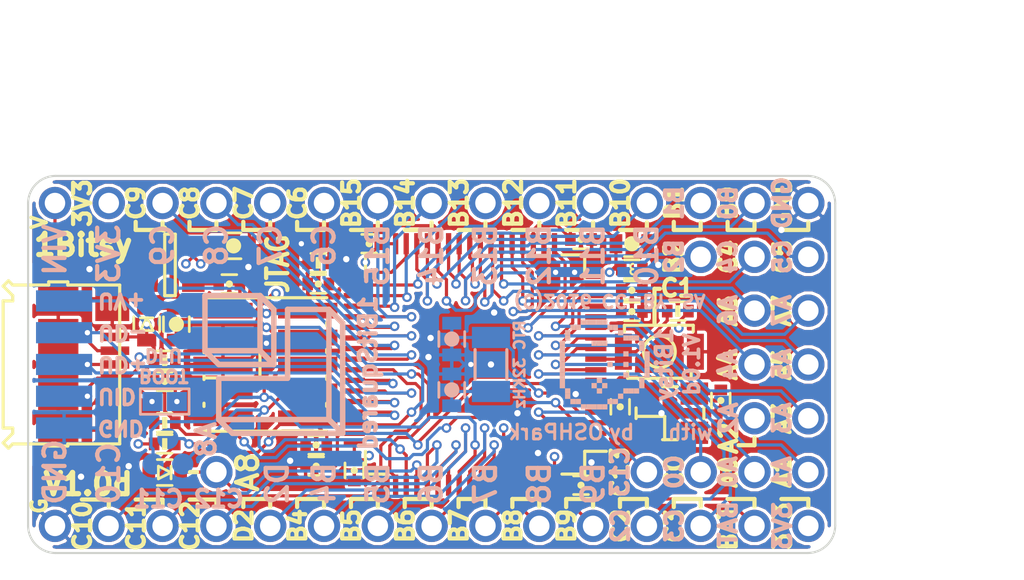
<source format=kicad_pcb>
(kicad_pcb (version 4) (host pcbnew 4.0.4+e1-6308~48~ubuntu16.04.1-stable)
  (title_block (title 1BitSy) (rev V1.0d) (company 1BitSquared) (comment 1 "(C) 2016 Piotr Esden-Tempski <piotr@esden.net>") (comment 2 "(C) 2016 1BitSquared LLC <info@1bitsquared.com>") (comment 3 "License: CC-BY-SA V4.0"))
  (layers (0 F.Cu signal) (1 In1.Cu signal) (2 In2.Cu signal) (31 B.Cu signal) (34 B.Paste user) (35 F.Paste user) (36 B.SilkS user) (37 F.SilkS user) (38 B.Mask user) (39 F.Mask user) (44 Edge.Cuts user))
  (net 0 "")
  (net 1 /VIN)
  (net 2 GND)
  (net 3 "Net-(C2-Pad1)")
  (net 4 "Net-(C3-Pad1)")
  (net 5 +3V3)
  (net 6 /OSC32_IN)
  (net 7 /OSC32_OUT)
  (net 8 /OSC_IN)
  (net 9 /OSC_OUT)
  (net 10 /USB_VBUS)
  (net 11 /BOOT0)
  (net 12 "Net-(C16-Pad1)")
  (net 13 "Net-(C17-Pad1)")
  (net 14 /JTAG_RST)
  (net 15 "Net-(LED1-PadA)")
  (net 16 /PA0)
  (net 17 /PA1)
  (net 18 /PA2)
  (net 19 /PA3)
  (net 20 /PA4)
  (net 21 /PA5)
  (net 22 /PA6)
  (net 23 /PA7)
  (net 24 /PA8)
  (net 25 /PC0)
  (net 26 /PC2)
  (net 27 /PC3)
  (net 28 /PC4)
  (net 29 /PC5)
  (net 30 /PC6)
  (net 31 /PC7)
  (net 32 /PC8)
  (net 33 /PC9)
  (net 34 /PC10)
  (net 35 /PC11)
  (net 36 /PC12)
  (net 37 /PC13)
  (net 38 /USB_D-)
  (net 39 /USB_D+)
  (net 40 /USB_ID)
  (net 41 /PB0)
  (net 42 /PB1)
  (net 43 /PB4)
  (net 44 /PB5)
  (net 45 /PB6)
  (net 46 /PB7)
  (net 47 /PB8)
  (net 48 /PB9)
  (net 49 /PB10)
  (net 50 /PB11)
  (net 51 /PB12)
  (net 52 /PB13)
  (net 53 /PB14)
  (net 54 /PB15)
  (net 55 /JTAG_TMS)
  (net 56 /JTAG_TCK)
  (net 57 /JTAG_TDI)
  (net 58 /JTAG_TDO)
  (net 59 "Net-(C15-Pad1)")
  (net 60 /PB2)
  (net 61 /BUTTON)
  (net 62 /VBAT)
  (net 63 /PD2)
  (module pkl_misc:via0305 (layer F.Cu) (at 115.35 40.75)
    (fp_text reference REF** hide)
    (fp_text value via0305 hide)
    (pad 1 thru_hole circle (at 0 0) (size 0.5 0.5) (drill 0.3) (layers *.Cu) (net 2 GND))
  )
  (module pkl_misc:via0305 (layer F.Cu) (at 130.08 41.02)
    (fp_text reference REF** hide)
    (fp_text value via0305 hide)
    (pad 1 thru_hole circle (at 0 0) (size 0.5 0.5) (drill 0.3) (layers *.Cu) (net 2 GND))
  )
  (module pkl_misc:via0305 (layer F.Cu) (at 112.6998 50.2666)
    (fp_text reference REF** hide)
    (fp_text value via0305 hide)
    (pad 1 thru_hole circle (at 0 0) (size 0.5 0.5) (drill 0.3) (layers *.Cu) (net 2 GND))
  )
  (module pkl_jumpers:J_0603 (layer B.Cu) (at 106.78 47.47)
    (fp_text reference J1 hide)
    (fp_text value BOOT hide)
    (pad 1 smd rect (at -0.575 0) (size 0.95 0.9) (layers B.Cu B.Paste B.Mask) (net 10 /USB_VBUS))
    (pad 2 smd rect (at 0.575 0) (size 0.95 0.9) (layers B.Cu B.Paste B.Mask) (net 59 "Net-(C15-Pad1)"))
  )
  (module pkl_misc:via0305 (layer F.Cu) (at 103.23 41.22)
    (fp_text reference REF** hide)
    (fp_text value via0305 hide)
    (pad 1 thru_hole circle (at 0 0) (size 0.5 0.5) (drill 0.3) (layers *.Cu) (net 2 GND))
  )
  (module pkl_misc:via0305 (layer F.Cu) (at 105.0798 50.5206)
    (fp_text reference REF** hide)
    (fp_text value via0305 hide)
    (pad 1 thru_hole circle (at 0 0) (size 0.5 0.5) (drill 0.3) (layers *.Cu) (net 2 GND))
  )
  (module pkl_dipol:C_0603 (layer F.Cu) (at 107.33 43.82 270)
    (fp_text reference C1)
    (fp_text value 4u7)
    (pad 1 smd rect (at -0.75 0 270) (size 0.6 0.9) (layers F.Cu F.Paste F.Mask) (net 1 /VIN))
    (pad 2 smd rect (at 0.75 0 270) (size 0.6 0.9) (layers F.Cu F.Paste F.Mask) (net 2 GND))
  )
  (module pkl_dipol:C_0402 (layer F.Cu) (at 128.83 42.22)
    (fp_text reference C2)
    (fp_text value 1u)
    (pad 1 smd rect (at -0.5 0) (size 0.5 0.6) (layers F.Cu F.Paste F.Mask) (net 3 "Net-(C2-Pad1)"))
    (pad 2 smd rect (at 0.5 0) (size 0.5 0.6) (layers F.Cu F.Paste F.Mask) (net 2 GND))
  )
  (module pkl_dipol:C_0402 (layer F.Cu) (at 109.83 41.92)
    (fp_text reference C3)
    (fp_text value 470p)
    (pad 1 smd rect (at -0.5 0) (size 0.5 0.6) (layers F.Cu F.Paste F.Mask) (net 4 "Net-(C3-Pad1)"))
    (pad 2 smd rect (at 0.5 0) (size 0.5 0.6) (layers F.Cu F.Paste F.Mask) (net 2 GND))
  )
  (module pkl_dipol:C_0402 (layer F.Cu) (at 128.829999 43.22)
    (fp_text reference C4)
    (fp_text value 100n)
    (pad 1 smd rect (at -0.5 0) (size 0.5 0.6) (layers F.Cu F.Paste F.Mask) (net 3 "Net-(C2-Pad1)"))
    (pad 2 smd rect (at 0.5 0) (size 0.5 0.6) (layers F.Cu F.Paste F.Mask) (net 2 GND))
  )
  (module pkl_dipol:C_0603 (layer F.Cu) (at 128.83 40.02)
    (fp_text reference C5)
    (fp_text value 4u7)
    (pad 1 smd rect (at -0.75 0) (size 0.6 0.9) (layers F.Cu F.Paste F.Mask) (net 5 +3V3))
    (pad 2 smd rect (at 0.75 0) (size 0.6 0.9) (layers F.Cu F.Paste F.Mask) (net 2 GND))
  )
  (module pkl_dipol:C_0402 (layer F.Cu) (at 128.28 47.72 270)
    (fp_text reference C8)
    (fp_text value 10p)
    (pad 1 smd rect (at -0.5 0 270) (size 0.5 0.6) (layers F.Cu F.Paste F.Mask) (net 2 GND))
    (pad 2 smd rect (at 0.5 0 270) (size 0.5 0.6) (layers F.Cu F.Paste F.Mask) (net 8 /OSC_IN))
  )
  (module pkl_dipol:C_0402 (layer F.Cu) (at 133.03 47.42 90)
    (fp_text reference C9)
    (fp_text value 10p)
    (pad 1 smd rect (at -0.5 0 90) (size 0.5 0.6) (layers F.Cu F.Paste F.Mask) (net 2 GND))
    (pad 2 smd rect (at 0.5 0 90) (size 0.5 0.6) (layers F.Cu F.Paste F.Mask) (net 9 /OSC_OUT))
  )
  (module pkl_dipol:C_0402 (layer F.Cu) (at 126.43 39.82)
    (fp_text reference C10)
    (fp_text value 100n)
    (pad 1 smd rect (at -0.5 0) (size 0.5 0.6) (layers F.Cu F.Paste F.Mask) (net 5 +3V3))
    (pad 2 smd rect (at 0.5 0) (size 0.5 0.6) (layers F.Cu F.Paste F.Mask) (net 2 GND))
  )
  (module pkl_dipol:C_0402 (layer F.Cu) (at 116.43 40.02 180)
    (fp_text reference C11)
    (fp_text value 100n)
    (pad 1 smd rect (at -0.5 0 180) (size 0.5 0.6) (layers F.Cu F.Paste F.Mask) (net 5 +3V3))
    (pad 2 smd rect (at 0.5 0 180) (size 0.5 0.6) (layers F.Cu F.Paste F.Mask) (net 2 GND))
  )
  (module pkl_dipol:C_0402 (layer F.Cu) (at 115.73 50.72 270)
    (fp_text reference C12)
    (fp_text value 100n)
    (pad 1 smd rect (at -0.5 0 270) (size 0.5 0.6) (layers F.Cu F.Paste F.Mask) (net 5 +3V3))
    (pad 2 smd rect (at 0.5 0 270) (size 0.5 0.6) (layers F.Cu F.Paste F.Mask) (net 2 GND))
  )
  (module pkl_dipol:C_0603 (layer F.Cu) (at 110.03 40.12)
    (fp_text reference C13)
    (fp_text value 4u7)
    (pad 1 smd rect (at -0.75 0) (size 0.6 0.9) (layers F.Cu F.Paste F.Mask) (net 5 +3V3))
    (pad 2 smd rect (at 0.75 0) (size 0.6 0.9) (layers F.Cu F.Paste F.Mask) (net 2 GND))
  )
  (module pkl_dipol:C_0402 (layer F.Cu) (at 126.43 51.42)
    (fp_text reference C14)
    (fp_text value 100n)
    (pad 1 smd rect (at -0.5 0) (size 0.5 0.6) (layers F.Cu F.Paste F.Mask) (net 5 +3V3))
    (pad 2 smd rect (at 0.5 0) (size 0.5 0.6) (layers F.Cu F.Paste F.Mask) (net 2 GND))
  )
  (module pkl_dipol:C_0402 (layer F.Cu) (at 106.78 46.52 180)
    (fp_text reference C15)
    (fp_text value 1u)
    (pad 1 smd rect (at -0.5 0 180) (size 0.5 0.6) (layers F.Cu F.Paste F.Mask) (net 59 "Net-(C15-Pad1)"))
    (pad 2 smd rect (at 0.5 0 180) (size 0.5 0.6) (layers F.Cu F.Paste F.Mask) (net 11 /BOOT0))
  )
  (module pkl_dipol:C_0402 (layer F.Cu) (at 113.93 50.52 180)
    (fp_text reference C16)
    (fp_text value 2u2)
    (pad 1 smd rect (at -0.5 0 180) (size 0.5 0.6) (layers F.Cu F.Paste F.Mask) (net 12 "Net-(C16-Pad1)"))
    (pad 2 smd rect (at 0.5 0 180) (size 0.5 0.6) (layers F.Cu F.Paste F.Mask) (net 2 GND))
  )
  (module pkl_dipol:C_0402 (layer F.Cu) (at 114.03 41.92 180)
    (fp_text reference C17)
    (fp_text value 2u2)
    (pad 1 smd rect (at -0.5 0 180) (size 0.5 0.6) (layers F.Cu F.Paste F.Mask) (net 13 "Net-(C17-Pad1)"))
    (pad 2 smd rect (at 0.5 0 180) (size 0.5 0.6) (layers F.Cu F.Paste F.Mask) (net 2 GND))
  )
  (module pkl_dipol:C_0402 (layer F.Cu) (at 113.93 49.52 180)
    (fp_text reference C18)
    (fp_text value 100n)
    (pad 1 smd rect (at -0.5 0 180) (size 0.5 0.6) (layers F.Cu F.Paste F.Mask) (net 14 /JTAG_RST))
    (pad 2 smd rect (at 0.5 0 180) (size 0.5 0.6) (layers F.Cu F.Paste F.Mask) (net 2 GND))
  )
  (module pkl_dipol:D_0603 (layer F.Cu) (at 105.93 43.82 270)
    (fp_text reference D1)
    (fp_text value >100mA)
    (pad A smd rect (at 0.75 0 90) (size 0.6 0.9) (layers F.Cu F.Paste F.Mask) (net 10 /USB_VBUS))
    (pad C smd rect (at -0.75 0 90) (size 0.6 0.9) (layers F.Cu F.Paste F.Mask) (net 1 /VIN))
  )
  (module pkl_dipol:L_0402 (layer F.Cu) (at 128.83 41.22)
    (fp_text reference L1)
    (fp_text value "600 Ferrite")
    (pad 1 smd rect (at -0.5 0) (size 0.5 0.6) (layers F.Cu F.Paste F.Mask) (net 5 +3V3))
    (pad 2 smd rect (at 0.5 0) (size 0.5 0.6) (layers F.Cu F.Paste F.Mask) (net 3 "Net-(C2-Pad1)"))
  )
  (module pkl_dipol:D_0603 (layer F.Cu) (at 106.78 50.82 180)
    (fp_text reference LED1)
    (fp_text value ORA)
    (pad A smd rect (at 0.75 0) (size 0.6 0.9) (layers F.Cu F.Paste F.Mask) (net 15 "Net-(LED1-PadA)"))
    (pad C smd rect (at -0.75 0) (size 0.6 0.9) (layers F.Cu F.Paste F.Mask) (net 24 /PA8))
  )
  (module pkl_pin_headers:Pin_Header_Straight_Round_1x01 (layer F.Cu) (at 134.62 50.8 180)
    (fp_text reference P1 hide)
    (fp_text value CONN_01X01 hide)
    (pad 1 thru_hole circle (at 0 0 180) (size 1.524 1.524) (drill 0.9652) (layers *.Cu *.Mask) (net 16 /PA0))
  )
  (module pkl_pin_headers:Pin_Header_Straight_Round_1x01 (layer F.Cu) (at 137.16 50.8 180)
    (fp_text reference P2 hide)
    (fp_text value CONN_01X01 hide)
    (pad 1 thru_hole circle (at 0 0 180) (size 1.524 1.524) (drill 0.9652) (layers *.Cu *.Mask) (net 17 /PA1))
  )
  (module pkl_pin_headers:Pin_Header_Straight_Round_1x01 (layer F.Cu) (at 134.62 48.26 180)
    (fp_text reference P3 hide)
    (fp_text value CONN_01X01 hide)
    (pad 1 thru_hole circle (at 0 0 180) (size 1.524 1.524) (drill 0.9652) (layers *.Cu *.Mask) (net 18 /PA2))
  )
  (module pkl_pin_headers:Pin_Header_Straight_Round_1x01 (layer F.Cu) (at 137.16 48.26 180)
    (fp_text reference P4 hide)
    (fp_text value CONN_01X01 hide)
    (pad 1 thru_hole circle (at 0 0 180) (size 1.524 1.524) (drill 0.9652) (layers *.Cu *.Mask) (net 19 /PA3))
  )
  (module pkl_pin_headers:Pin_Header_Straight_Round_1x01 (layer F.Cu) (at 134.62 45.72 180)
    (fp_text reference P5 hide)
    (fp_text value CONN_01X01 hide)
    (pad 1 thru_hole circle (at 0 0 180) (size 1.524 1.524) (drill 0.9652) (layers *.Cu *.Mask) (net 20 /PA4))
  )
  (module pkl_pin_headers:Pin_Header_Straight_Round_1x01 (layer F.Cu) (at 137.16 45.72)
    (fp_text reference P6 hide)
    (fp_text value CONN_01X01 hide)
    (pad 1 thru_hole circle (at 0 0) (size 1.524 1.524) (drill 0.9652) (layers *.Cu *.Mask) (net 21 /PA5))
  )
  (module pkl_pin_headers:Pin_Header_Straight_Round_1x01 (layer F.Cu) (at 134.62 43.18 180)
    (fp_text reference P7 hide)
    (fp_text value CONN_01X01 hide)
    (pad 1 thru_hole circle (at 0 0 180) (size 1.524 1.524) (drill 0.9652) (layers *.Cu *.Mask) (net 22 /PA6))
  )
  (module pkl_pin_headers:Pin_Header_Straight_Round_1x01 (layer F.Cu) (at 137.16 43.18 180)
    (fp_text reference P8 hide)
    (fp_text value CONN_01X01 hide)
    (pad 1 thru_hole circle (at 0 0 180) (size 1.524 1.524) (drill 0.9652) (layers *.Cu *.Mask) (net 23 /PA7))
  )
  (module pkl_pin_headers:Pin_Header_Straight_Round_1x01 (layer F.Cu) (at 109.22 50.8)
    (fp_text reference P9 hide)
    (fp_text value CONN_01X01 hide)
    (pad 1 thru_hole circle (at 0 0) (size 1.524 1.524) (drill 0.9652) (layers *.Cu *.Mask) (net 24 /PA8))
  )
  (module pkl_pin_headers:Pin_Header_Straight_Round_1x01 (layer F.Cu) (at 132.08 50.8)
    (fp_text reference P10 hide)
    (fp_text value CONN_01X01 hide)
    (pad 1 thru_hole circle (at 0 0) (size 1.524 1.524) (drill 0.9652) (layers *.Cu *.Mask) (net 25 /PC0))
  )
  (module pkl_pin_headers:Pin_Header_Straight_Round_1x01 (layer F.Cu) (at 111.76 53.34)
    (fp_text reference P11 hide)
    (fp_text value CONN_01X01 hide)
    (pad 1 thru_hole circle (at 0 0) (size 1.524 1.524) (drill 0.9652) (layers *.Cu *.Mask) (net 63 /PD2))
  )
  (module pkl_pin_headers:Pin_Header_Straight_Round_1x01 (layer F.Cu) (at 129.54 53.34)
    (fp_text reference P12 hide)
    (fp_text value CONN_01X01 hide)
    (pad 1 thru_hole circle (at 0 0) (size 1.524 1.524) (drill 0.9652) (layers *.Cu *.Mask) (net 26 /PC2))
  )
  (module pkl_pin_headers:Pin_Header_Straight_Round_1x01 (layer F.Cu) (at 132.08 53.34 180)
    (fp_text reference P13 hide)
    (fp_text value CONN_01X01 hide)
    (pad 1 thru_hole circle (at 0 0 180) (size 1.524 1.524) (drill 0.9652) (layers *.Cu *.Mask) (net 27 /PC3))
  )
  (module pkl_pin_headers:Pin_Header_Straight_Round_1x01 (layer F.Cu) (at 134.62 40.64)
    (fp_text reference P14 hide)
    (fp_text value CONN_01X01 hide)
    (pad 1 thru_hole circle (at 0 0) (size 1.524 1.524) (drill 0.9652) (layers *.Cu *.Mask) (net 28 /PC4))
  )
  (module pkl_pin_headers:Pin_Header_Straight_Round_1x01 (layer F.Cu) (at 137.16 40.64 180)
    (fp_text reference P15 hide)
    (fp_text value CONN_01X01 hide)
    (pad 1 thru_hole circle (at 0 0 180) (size 1.524 1.524) (drill 0.9652) (layers *.Cu *.Mask) (net 29 /PC5))
  )
  (module pkl_pin_headers:Pin_Header_Straight_Round_1x01 (layer F.Cu) (at 114.3 38.1)
    (fp_text reference P16 hide)
    (fp_text value CONN_01X01 hide)
    (pad 1 thru_hole circle (at 0 0) (size 1.524 1.524) (drill 0.9652) (layers *.Cu *.Mask) (net 30 /PC6))
  )
  (module pkl_pin_headers:Pin_Header_Straight_Round_1x01 (layer F.Cu) (at 111.76 38.1)
    (fp_text reference P17 hide)
    (fp_text value CONN_01X01 hide)
    (pad 1 thru_hole circle (at 0 0) (size 1.524 1.524) (drill 0.9652) (layers *.Cu *.Mask) (net 31 /PC7))
  )
  (module pkl_pin_headers:Pin_Header_Straight_Round_1x01 (layer F.Cu) (at 109.22 38.1)
    (fp_text reference P18 hide)
    (fp_text value CONN_01X01 hide)
    (pad 1 thru_hole circle (at 0 0) (size 1.524 1.524) (drill 0.9652) (layers *.Cu *.Mask) (net 32 /PC8))
  )
  (module pkl_pin_headers:Pin_Header_Straight_Round_1x01 (layer F.Cu) (at 106.68 38.1)
    (fp_text reference P19 hide)
    (fp_text value CONN_01X01 hide)
    (pad 1 thru_hole circle (at 0 0) (size 1.524 1.524) (drill 0.9652) (layers *.Cu *.Mask) (net 33 /PC9))
  )
  (module pkl_pin_headers:Pin_Header_Straight_Round_1x01 (layer F.Cu) (at 104.13 53.34)
    (fp_text reference P20 hide)
    (fp_text value CONN_01X01 hide)
    (pad 1 thru_hole circle (at 0 0) (size 1.524 1.524) (drill 0.9652) (layers *.Cu *.Mask) (net 34 /PC10))
  )
  (module pkl_pin_headers:Pin_Header_Straight_Round_1x01 (layer F.Cu) (at 106.68 53.34 180)
    (fp_text reference P21 hide)
    (fp_text value CONN_01X01 hide)
    (pad 1 thru_hole circle (at 0 0 180) (size 1.524 1.524) (drill 0.9652) (layers *.Cu *.Mask) (net 35 /PC11))
  )
  (module pkl_pin_headers:Pin_Header_Straight_Round_1x01 (layer F.Cu) (at 109.22 53.34)
    (fp_text reference P22 hide)
    (fp_text value CONN_01X01 hide)
    (pad 1 thru_hole circle (at 0 0) (size 1.524 1.524) (drill 0.9652) (layers *.Cu *.Mask) (net 36 /PC12))
  )
  (module pkl_pin_headers:Pin_Header_Straight_Round_1x01 (layer F.Cu) (at 129.54 50.8)
    (fp_text reference P23 hide)
    (fp_text value CONN_01X01 hide)
    (pad 1 thru_hole circle (at 0 0) (size 1.524 1.524) (drill 0.9652) (layers *.Cu *.Mask) (net 37 /PC13))
  )
  (module pkl_connectors:Connector_USB_Micro_B_SMD (layer F.Cu) (at 101.755 45.72 180)
    (fp_text reference P24)
    (fp_text value USB_OTG)
    (pad GND smd rect (at 0 1.2 270) (size 1.9 1.9) (layers F.Cu F.Paste F.Mask) (net 2 GND))
    (pad GND smd rect (at 0 -1.2 270) (size 1.9 1.9) (layers F.Cu F.Paste F.Mask) (net 2 GND))
    (pad GND smd rect (at 0 -3.8 270) (size 1.8 1.9) (layers F.Cu F.Paste F.Mask) (net 2 GND))
    (pad GND smd rect (at 0 3.8 270) (size 1.8 1.9) (layers F.Cu F.Paste F.Mask) (net 2 GND))
    (pad GND smd rect (at -2.55 -3.1 270) (size 2.1 1.6) (layers F.Cu F.Paste F.Mask) (net 2 GND))
    (pad GND smd rect (at -2.55 3.1 270) (size 2.1 1.6) (layers F.Cu F.Paste F.Mask) (net 2 GND))
    (pad 1 smd rect (at -2.675 1.3 270) (size 0.4 1.35) (layers F.Cu F.Paste F.Mask) (net 10 /USB_VBUS))
    (pad 2 smd rect (at -2.675 0.65 270) (size 0.4 1.35) (layers F.Cu F.Paste F.Mask) (net 38 /USB_D-))
    (pad 3 smd rect (at -2.675 0 270) (size 0.4 1.35) (layers F.Cu F.Paste F.Mask) (net 39 /USB_D+))
    (pad 4 smd rect (at -2.675 -0.65 270) (size 0.4 1.35) (layers F.Cu F.Paste F.Mask) (net 40 /USB_ID))
    (pad 5 smd rect (at -2.675 -1.3 270) (size 0.4 1.35) (layers F.Cu F.Paste F.Mask) (net 2 GND))
  )
  (module pkl_pin_headers:Pin_Header_Straight_Round_1x01 (layer F.Cu) (at 134.62 38.1)
    (fp_text reference P25 hide)
    (fp_text value CONN_01X01 hide)
    (pad 1 thru_hole circle (at 0 0) (size 1.524 1.524) (drill 0.9652) (layers *.Cu *.Mask) (net 41 /PB0))
  )
  (module pkl_pin_headers:Pin_Header_Straight_Round_1x01 (layer F.Cu) (at 132.08 38.1)
    (fp_text reference P26 hide)
    (fp_text value CONN_01X01 hide)
    (pad 1 thru_hole circle (at 0 0) (size 1.524 1.524) (drill 0.9652) (layers *.Cu *.Mask) (net 42 /PB1))
  )
  (module pkl_pin_headers:Pin_Header_Straight_Round_1x01 (layer F.Cu) (at 132.08 40.64)
    (fp_text reference P27 hide)
    (fp_text value CONN_01X01 hide)
    (pad 1 thru_hole circle (at 0 0) (size 1.524 1.524) (drill 0.9652) (layers *.Cu *.Mask) (net 60 /PB2))
  )
  (module pkl_pin_headers:Pin_Header_Straight_Round_1x01 (layer F.Cu) (at 114.3 53.34)
    (fp_text reference P28 hide)
    (fp_text value CONN_01X01 hide)
    (pad 1 thru_hole circle (at 0 0) (size 1.524 1.524) (drill 0.9652) (layers *.Cu *.Mask) (net 43 /PB4))
  )
  (module pkl_pin_headers:Pin_Header_Straight_Round_1x01 (layer F.Cu) (at 116.84 53.34 180)
    (fp_text reference P29 hide)
    (fp_text value CONN_01X01 hide)
    (pad 1 thru_hole circle (at 0 0 180) (size 1.524 1.524) (drill 0.9652) (layers *.Cu *.Mask) (net 44 /PB5))
  )
  (module pkl_pin_headers:Pin_Header_Straight_Round_1x01 (layer F.Cu) (at 119.38 53.34 180)
    (fp_text reference P30 hide)
    (fp_text value CONN_01X01 hide)
    (pad 1 thru_hole circle (at 0 0 180) (size 1.524 1.524) (drill 0.9652) (layers *.Cu *.Mask) (net 45 /PB6))
  )
  (module pkl_pin_headers:Pin_Header_Straight_Round_1x01 (layer F.Cu) (at 121.92 53.34 180)
    (fp_text reference P31 hide)
    (fp_text value CONN_01X01 hide)
    (pad 1 thru_hole circle (at 0 0 180) (size 1.524 1.524) (drill 0.9652) (layers *.Cu *.Mask) (net 46 /PB7))
  )
  (module pkl_pin_headers:Pin_Header_Straight_Round_1x01 (layer F.Cu) (at 124.46 53.34 180)
    (fp_text reference P32 hide)
    (fp_text value CONN_01X01 hide)
    (pad 1 thru_hole circle (at 0 0 180) (size 1.524 1.524) (drill 0.9652) (layers *.Cu *.Mask) (net 47 /PB8))
  )
  (module pkl_pin_headers:Pin_Header_Straight_Round_1x01 (layer F.Cu) (at 127 53.34)
    (fp_text reference P33 hide)
    (fp_text value CONN_01X01 hide)
    (pad 1 thru_hole circle (at 0 0) (size 1.524 1.524) (drill 0.9652) (layers *.Cu *.Mask) (net 48 /PB9))
  )
  (module pkl_pin_headers:Pin_Header_Straight_Round_1x01 (layer F.Cu) (at 129.54 38.1 180)
    (fp_text reference P34 hide)
    (fp_text value CONN_01X01 hide)
    (pad 1 thru_hole circle (at 0 0 180) (size 1.524 1.524) (drill 0.9652) (layers *.Cu *.Mask) (net 49 /PB10))
  )
  (module pkl_pin_headers:Pin_Header_Straight_Round_1x01 (layer F.Cu) (at 127 38.1)
    (fp_text reference P35 hide)
    (fp_text value CONN_01X01 hide)
    (pad 1 thru_hole circle (at 0 0) (size 1.524 1.524) (drill 0.9652) (layers *.Cu *.Mask) (net 50 /PB11))
  )
  (module pkl_pin_headers:Pin_Header_Straight_Round_1x01 (layer F.Cu) (at 124.46 38.1)
    (fp_text reference P36 hide)
    (fp_text value CONN_01X01 hide)
    (pad 1 thru_hole circle (at 0 0) (size 1.524 1.524) (drill 0.9652) (layers *.Cu *.Mask) (net 51 /PB12))
  )
  (module pkl_pin_headers:Pin_Header_Straight_Round_1x01 (layer F.Cu) (at 121.92 38.1)
    (fp_text reference P37 hide)
    (fp_text value CONN_01X01 hide)
    (pad 1 thru_hole circle (at 0 0) (size 1.524 1.524) (drill 0.9652) (layers *.Cu *.Mask) (net 52 /PB13))
  )
  (module pkl_pin_headers:Pin_Header_Straight_Round_1x01 (layer F.Cu) (at 119.38 38.1)
    (fp_text reference P38 hide)
    (fp_text value CONN_01X01 hide)
    (pad 1 thru_hole circle (at 0 0) (size 1.524 1.524) (drill 0.9652) (layers *.Cu *.Mask) (net 53 /PB14))
  )
  (module pkl_pin_headers:Pin_Header_Straight_Round_1x01 (layer F.Cu) (at 116.84 38.1 180)
    (fp_text reference P39 hide)
    (fp_text value CONN_01X01 hide)
    (pad 1 thru_hole circle (at 0 0 180) (size 1.524 1.524) (drill 0.9652) (layers *.Cu *.Mask) (net 54 /PB15))
  )
  (module pkl_dipol:R_0402 (layer F.Cu) (at 106.78 45.52)
    (fp_text reference R1)
    (fp_text value 10k)
    (pad 1 smd rect (at -0.5 0) (size 0.5 0.6) (layers F.Cu F.Paste F.Mask) (net 10 /USB_VBUS))
    (pad 2 smd rect (at 0.5 0) (size 0.5 0.6) (layers F.Cu F.Paste F.Mask) (net 2 GND))
  )
  (module pkl_dipol:R_0402 (layer F.Cu) (at 114.03 40.92 180)
    (fp_text reference R2)
    (fp_text value 10k)
    (pad 1 smd rect (at -0.5 0 180) (size 0.5 0.6) (layers F.Cu F.Paste F.Mask) (net 60 /PB2))
    (pad 2 smd rect (at 0.5 0 180) (size 0.5 0.6) (layers F.Cu F.Paste F.Mask) (net 2 GND))
  )
  (module pkl_dipol:R_0402 (layer F.Cu) (at 106.78 48.47 180)
    (fp_text reference R3)
    (fp_text value 10k)
    (pad 1 smd rect (at -0.5 0 180) (size 0.5 0.6) (layers F.Cu F.Paste F.Mask) (net 11 /BOOT0))
    (pad 2 smd rect (at 0.5 0 180) (size 0.5 0.6) (layers F.Cu F.Paste F.Mask) (net 2 GND))
  )
  (module pkl_dipol:R_0402 (layer F.Cu) (at 106.78 49.47)
    (fp_text reference R4)
    (fp_text value 300)
    (pad 1 smd rect (at -0.5 0) (size 0.5 0.6) (layers F.Cu F.Paste F.Mask) (net 5 +3V3))
    (pad 2 smd rect (at 0.5 0) (size 0.5 0.6) (layers F.Cu F.Paste F.Mask) (net 15 "Net-(LED1-PadA)"))
  )
  (module pkl_dipol:R_0402 (layer F.Cu) (at 131 43.2 180)
    (fp_text reference R5)
    (fp_text value 10k)
    (pad 1 smd rect (at -0.5 0 180) (size 0.5 0.6) (layers F.Cu F.Paste F.Mask) (net 5 +3V3))
    (pad 2 smd rect (at 0.5 0 180) (size 0.5 0.6) (layers F.Cu F.Paste F.Mask) (net 61 /BUTTON))
  )
  (module pkl_housings_sot:SOT-23-5 (layer F.Cu) (at 107.03 41.02 180)
    (fp_text reference U1)
    (fp_text value VREG_3V3)
    (pad 1 smd rect (at 1.1 0.95) (size 1.06 0.65) (layers F.Cu F.Paste F.Mask) (net 1 /VIN))
    (pad 2 smd rect (at 1.1 0) (size 1.06 0.65) (layers F.Cu F.Paste F.Mask) (net 2 GND))
    (pad 3 smd rect (at 1.1 -0.95) (size 1.06 0.65) (layers F.Cu F.Paste F.Mask) (net 1 /VIN))
    (pad 4 smd rect (at -1.1 -0.95) (size 1.06 0.65) (layers F.Cu F.Paste F.Mask) (net 4 "Net-(C3-Pad1)"))
    (pad 5 smd rect (at -1.1 0.95) (size 1.06 0.65) (layers F.Cu F.Paste F.Mask) (net 5 +3V3))
  )
  (module pkl_housings_qfp:LQFP-64_10x10mm_Pitch0.5mm (layer F.Cu) (at 121.43 45.72 180)
    (fp_text reference U2)
    (fp_text value STM32F415RGT)
    (pad 1 smd rect (at -5.7 -3.75 180) (size 1 0.25) (layers F.Cu F.Paste F.Mask) (net 62 /VBAT))
    (pad 2 smd rect (at -5.7 -3.25 180) (size 1 0.25) (layers F.Cu F.Paste F.Mask) (net 37 /PC13))
    (pad 3 smd rect (at -5.7 -2.75 180) (size 1 0.25) (layers F.Cu F.Paste F.Mask) (net 6 /OSC32_IN))
    (pad 4 smd rect (at -5.7 -2.25 180) (size 1 0.25) (layers F.Cu F.Paste F.Mask) (net 7 /OSC32_OUT))
    (pad 5 smd rect (at -5.7 -1.75 180) (size 1 0.25) (layers F.Cu F.Paste F.Mask) (net 8 /OSC_IN))
    (pad 6 smd rect (at -5.7 -1.25 180) (size 1 0.25) (layers F.Cu F.Paste F.Mask) (net 9 /OSC_OUT))
    (pad 7 smd rect (at -5.7 -0.75 180) (size 1 0.25) (layers F.Cu F.Paste F.Mask) (net 14 /JTAG_RST))
    (pad 8 smd rect (at -5.7 -0.25 180) (size 1 0.25) (layers F.Cu F.Paste F.Mask) (net 25 /PC0))
    (pad 9 smd rect (at -5.7 0.25 180) (size 1 0.25) (layers F.Cu F.Paste F.Mask) (net 61 /BUTTON))
    (pad 10 smd rect (at -5.7 0.75 180) (size 1 0.25) (layers F.Cu F.Paste F.Mask) (net 26 /PC2))
    (pad 11 smd rect (at -5.7 1.25 180) (size 1 0.25) (layers F.Cu F.Paste F.Mask) (net 27 /PC3))
    (pad 12 smd rect (at -5.7 1.75 180) (size 1 0.25) (layers F.Cu F.Paste F.Mask) (net 2 GND))
    (pad 13 smd rect (at -5.7 2.25 180) (size 1 0.25) (layers F.Cu F.Paste F.Mask) (net 3 "Net-(C2-Pad1)"))
    (pad 14 smd rect (at -5.7 2.75 180) (size 1 0.25) (layers F.Cu F.Paste F.Mask) (net 16 /PA0))
    (pad 15 smd rect (at -5.7 3.25 180) (size 1 0.25) (layers F.Cu F.Paste F.Mask) (net 17 /PA1))
    (pad 16 smd rect (at -5.7 3.75 180) (size 1 0.25) (layers F.Cu F.Paste F.Mask) (net 18 /PA2))
    (pad 17 smd rect (at -3.75 5.7 270) (size 1 0.25) (layers F.Cu F.Paste F.Mask) (net 19 /PA3))
    (pad 18 smd rect (at -3.25 5.7 270) (size 1 0.25) (layers F.Cu F.Paste F.Mask) (net 2 GND))
    (pad 19 smd rect (at -2.75 5.7 270) (size 1 0.25) (layers F.Cu F.Paste F.Mask) (net 5 +3V3))
    (pad 20 smd rect (at -2.25 5.7 270) (size 1 0.25) (layers F.Cu F.Paste F.Mask) (net 20 /PA4))
    (pad 21 smd rect (at -1.75 5.7 270) (size 1 0.25) (layers F.Cu F.Paste F.Mask) (net 21 /PA5))
    (pad 22 smd rect (at -1.25 5.7 270) (size 1 0.25) (layers F.Cu F.Paste F.Mask) (net 22 /PA6))
    (pad 23 smd rect (at -0.75 5.7 270) (size 1 0.25) (layers F.Cu F.Paste F.Mask) (net 23 /PA7))
    (pad 24 smd rect (at -0.25 5.7 270) (size 1 0.25) (layers F.Cu F.Paste F.Mask) (net 28 /PC4))
    (pad 25 smd rect (at 0.25 5.7 270) (size 1 0.25) (layers F.Cu F.Paste F.Mask) (net 29 /PC5))
    (pad 26 smd rect (at 0.75 5.7 270) (size 1 0.25) (layers F.Cu F.Paste F.Mask) (net 41 /PB0))
    (pad 27 smd rect (at 1.25 5.7 270) (size 1 0.25) (layers F.Cu F.Paste F.Mask) (net 42 /PB1))
    (pad 28 smd rect (at 1.75 5.7 270) (size 1 0.25) (layers F.Cu F.Paste F.Mask) (net 60 /PB2))
    (pad 29 smd rect (at 2.25 5.7 270) (size 1 0.25) (layers F.Cu F.Paste F.Mask) (net 49 /PB10))
    (pad 30 smd rect (at 2.75 5.7 270) (size 1 0.25) (layers F.Cu F.Paste F.Mask) (net 50 /PB11))
    (pad 31 smd rect (at 3.25 5.7 270) (size 1 0.25) (layers F.Cu F.Paste F.Mask) (net 13 "Net-(C17-Pad1)"))
    (pad 32 smd rect (at 3.75 5.7 270) (size 1 0.25) (layers F.Cu F.Paste F.Mask) (net 5 +3V3))
    (pad 33 smd rect (at 5.7 3.75 180) (size 1 0.25) (layers F.Cu F.Paste F.Mask) (net 51 /PB12))
    (pad 34 smd rect (at 5.7 3.25 180) (size 1 0.25) (layers F.Cu F.Paste F.Mask) (net 52 /PB13))
    (pad 35 smd rect (at 5.7 2.75 180) (size 1 0.25) (layers F.Cu F.Paste F.Mask) (net 53 /PB14))
    (pad 36 smd rect (at 5.7 2.25 180) (size 1 0.25) (layers F.Cu F.Paste F.Mask) (net 54 /PB15))
    (pad 37 smd rect (at 5.7 1.75 180) (size 1 0.25) (layers F.Cu F.Paste F.Mask) (net 30 /PC6))
    (pad 38 smd rect (at 5.7 1.25 180) (size 1 0.25) (layers F.Cu F.Paste F.Mask) (net 31 /PC7))
    (pad 39 smd rect (at 5.7 0.75 180) (size 1 0.25) (layers F.Cu F.Paste F.Mask) (net 32 /PC8))
    (pad 40 smd rect (at 5.7 0.25 180) (size 1 0.25) (layers F.Cu F.Paste F.Mask) (net 33 /PC9))
    (pad 41 smd rect (at 5.7 -0.25 180) (size 1 0.25) (layers F.Cu F.Paste F.Mask) (net 24 /PA8))
    (pad 42 smd rect (at 5.7 -0.75 180) (size 1 0.25) (layers F.Cu F.Paste F.Mask) (net 10 /USB_VBUS))
    (pad 43 smd rect (at 5.7 -1.25 180) (size 1 0.25) (layers F.Cu F.Paste F.Mask) (net 40 /USB_ID))
    (pad 44 smd rect (at 5.7 -1.75 180) (size 1 0.25) (layers F.Cu F.Paste F.Mask) (net 38 /USB_D-))
    (pad 45 smd rect (at 5.7 -2.25 180) (size 1 0.25) (layers F.Cu F.Paste F.Mask) (net 39 /USB_D+))
    (pad 46 smd rect (at 5.7 -2.75 180) (size 1 0.25) (layers F.Cu F.Paste F.Mask) (net 55 /JTAG_TMS))
    (pad 47 smd rect (at 5.7 -3.25 180) (size 1 0.25) (layers F.Cu F.Paste F.Mask) (net 12 "Net-(C16-Pad1)"))
    (pad 48 smd rect (at 5.7 -3.75 180) (size 1 0.25) (layers F.Cu F.Paste F.Mask) (net 5 +3V3))
    (pad 49 smd rect (at 3.75 -5.7 270) (size 1 0.25) (layers F.Cu F.Paste F.Mask) (net 56 /JTAG_TCK))
    (pad 50 smd rect (at 3.25 -5.7 270) (size 1 0.25) (layers F.Cu F.Paste F.Mask) (net 57 /JTAG_TDI))
    (pad 51 smd rect (at 2.75 -5.7 270) (size 1 0.25) (layers F.Cu F.Paste F.Mask) (net 34 /PC10))
    (pad 52 smd rect (at 2.25 -5.7 270) (size 1 0.25) (layers F.Cu F.Paste F.Mask) (net 35 /PC11))
    (pad 53 smd rect (at 1.75 -5.7 270) (size 1 0.25) (layers F.Cu F.Paste F.Mask) (net 36 /PC12))
    (pad 54 smd rect (at 1.25 -5.7 270) (size 1 0.25) (layers F.Cu F.Paste F.Mask) (net 63 /PD2))
    (pad 55 smd rect (at 0.75 -5.7 270) (size 1 0.25) (layers F.Cu F.Paste F.Mask) (net 58 /JTAG_TDO))
    (pad 56 smd rect (at 0.25 -5.7 270) (size 1 0.25) (layers F.Cu F.Paste F.Mask) (net 43 /PB4))
    (pad 57 smd rect (at -0.25 -5.7 270) (size 1 0.25) (layers F.Cu F.Paste F.Mask) (net 44 /PB5))
    (pad 58 smd rect (at -0.75 -5.7 270) (size 1 0.25) (layers F.Cu F.Paste F.Mask) (net 45 /PB6))
    (pad 59 smd rect (at -1.25 -5.7 270) (size 1 0.25) (layers F.Cu F.Paste F.Mask) (net 46 /PB7))
    (pad 60 smd rect (at -1.75 -5.7 270) (size 1 0.25) (layers F.Cu F.Paste F.Mask) (net 11 /BOOT0))
    (pad 61 smd rect (at -2.25 -5.7 270) (size 1 0.25) (layers F.Cu F.Paste F.Mask) (net 47 /PB8))
    (pad 62 smd rect (at -2.75 -5.7 270) (size 1 0.25) (layers F.Cu F.Paste F.Mask) (net 48 /PB9))
    (pad 63 smd rect (at -3.25 -5.7 270) (size 1 0.25) (layers F.Cu F.Paste F.Mask) (net 2 GND))
    (pad 64 smd rect (at -3.75 -5.7 270) (size 1 0.25) (layers F.Cu F.Paste F.Mask) (net 5 +3V3))
  )
  (module pkl_misc:ABM8 (layer F.Cu) (at 130.63 48.02)
    (fp_text reference X2)
    (fp_text value 25MHz)
    (pad 1 smd rect (at -1.15 0.925) (size 1.3 1.05) (layers F.Cu F.Paste F.Mask) (net 8 /OSC_IN))
    (pad 2 smd rect (at 1.15 -0.925) (size 1.3 1.05) (layers F.Cu F.Paste F.Mask) (net 9 /OSC_OUT))
    (pad GND smd rect (at -1.15 -0.925) (size 1.3 1.05) (layers F.Cu F.Paste F.Mask) (net 2 GND))
    (pad GND smd rect (at 1.15 0.925) (size 1.3 1.05) (layers F.Cu F.Paste F.Mask) (net 2 GND))
  )
  (module pkl_samtec:FTSH-105-XX-X-DV (layer F.Cu) (at 111.53 45.72 90)
    (fp_text reference X3)
    (fp_text value JTAG-10)
    (pad 1 smd rect (at 2.54 -2 270) (size 0.74 2.8) (layers F.Cu F.Paste F.Mask) (net 5 +3V3))
    (pad 2 smd rect (at 2.54 2 270) (size 0.74 2.8) (layers F.Cu F.Paste F.Mask) (net 55 /JTAG_TMS))
    (pad 3 smd rect (at 1.27 -2 270) (size 0.74 2.8) (layers F.Cu F.Paste F.Mask) (net 2 GND))
    (pad 4 smd rect (at 1.27 2 270) (size 0.74 2.8) (layers F.Cu F.Paste F.Mask) (net 56 /JTAG_TCK))
    (pad 5 smd rect (at 0 -2 270) (size 0.74 2.8) (layers F.Cu F.Paste F.Mask) (net 2 GND))
    (pad 6 smd rect (at 0 2 270) (size 0.74 2.8) (layers F.Cu F.Paste F.Mask) (net 58 /JTAG_TDO))
    (pad 7 smd rect (at -1.27 -2 270) (size 0.74 2.8) (layers F.Cu F.Paste F.Mask) (net 2 GND))
    (pad 8 smd rect (at -1.27 2 270) (size 0.74 2.8) (layers F.Cu F.Paste F.Mask) (net 57 /JTAG_TDI))
    (pad 9 smd rect (at -2.54 -2 270) (size 0.74 2.8) (layers F.Cu F.Paste F.Mask) (net 2 GND))
    (pad 10 smd rect (at -2.54 2 270) (size 0.74 2.8) (layers F.Cu F.Paste F.Mask) (net 14 /JTAG_RST))
  )
  (module pkl_pin_headers:Pin_Header_Straight_Round_1x01 (layer F.Cu) (at 101.6 38.1)
    (fp_text reference P40 hide)
    (fp_text value CONN_01X01 hide)
    (pad 1 thru_hole circle (at 0 0) (size 1.524 1.524) (drill 0.9652) (layers *.Cu *.Mask) (net 1 /VIN))
  )
  (module pkl_pin_headers:Pin_Header_Straight_Round_1x01 (layer F.Cu) (at 101.6 53.34)
    (fp_text reference P41 hide)
    (fp_text value CONN_01X01 hide)
    (pad 1 thru_hole circle (at 0 0) (size 1.524 1.524) (drill 0.9652) (layers *.Cu *.Mask) (net 2 GND))
  )
  (module pkl_buttons_switches:Tact_Switch_Top_B3U-1000P (layer F.Cu) (at 130.13 45.12 270)
    (fp_text reference SW1)
    (fp_text value TACT)
    (pad 1 smd rect (at 0 -1.7 180) (size 0.8 1.7) (layers F.Cu F.Paste F.Mask) (net 2 GND))
    (pad 2 smd rect (at 0 1.7 180) (size 0.8 1.7) (layers F.Cu F.Paste F.Mask) (net 61 /BUTTON))
  )
  (module pkl_dipol:C_0603 (layer B.Cu) (at 120.33 46.92 270)
    (fp_text reference C6)
    (fp_text value 10p)
    (pad 1 smd rect (at -0.75 0 270) (size 0.6 0.9) (layers B.Cu B.Paste B.Mask) (net 2 GND))
    (pad 2 smd rect (at 0.75 0 270) (size 0.6 0.9) (layers B.Cu B.Paste B.Mask) (net 6 /OSC32_IN))
  )
  (module pkl_dipol:C_0603 (layer B.Cu) (at 120.33 44.52 90)
    (fp_text reference C7)
    (fp_text value 10p)
    (pad 1 smd rect (at -0.75 0 90) (size 0.6 0.9) (layers B.Cu B.Paste B.Mask) (net 2 GND))
    (pad 2 smd rect (at 0.75 0 90) (size 0.6 0.9) (layers B.Cu B.Paste B.Mask) (net 7 /OSC32_OUT))
  )
  (module pkl_pin_headers:Pin_Header_Straight_Round_1x01 (layer F.Cu) (at 104.14 38.1)
    (fp_text reference P42 hide)
    (fp_text value CONN_01X01 hide)
    (pad 1 thru_hole circle (at 0 0) (size 1.524 1.524) (drill 0.9652) (layers *.Cu *.Mask) (net 5 +3V3))
  )
  (module pkl_pin_headers:Pin_Header_Straight_Round_1x01 (layer F.Cu) (at 134.62 53.34)
    (fp_text reference P53 hide)
    (fp_text value CONN_01X01 hide)
    (pad 1 thru_hole circle (at 0 0) (size 1.524 1.524) (drill 0.9652) (layers *.Cu *.Mask) (net 62 /VBAT))
  )
  (module pkl_misc:ABS07 (layer B.Cu) (at 122.18 45.72 270)
    (fp_text reference X1)
    (fp_text value 32.768kHz)
    (pad 1 smd rect (at -1.275 0 270) (size 1 1.8) (layers B.Cu B.Paste B.Mask) (net 7 /OSC32_OUT))
    (pad 2 smd rect (at 1.275 0 270) (size 1 1.8) (layers B.Cu B.Paste B.Mask) (net 6 /OSC32_IN))
  )
  (module pkl_pads:POGO_PAD_SMD_R_1x1 (layer B.Cu) (at 106.93 42.12)
    (fp_text reference P43 hide)
    (fp_text value TP hide)
    (pad 1 smd oval (at 0 0) (size 1 1) (layers B.Cu B.Mask) (net 55 /JTAG_TMS))
  )
  (module pkl_pads:POGO_PAD_SMD_R_1x1 (layer B.Cu) (at 106.93 43.72)
    (fp_text reference P44 hide)
    (fp_text value TP hide)
    (pad 1 smd oval (at 0 0) (size 1 1) (layers B.Cu B.Mask) (net 56 /JTAG_TCK))
  )
  (module pkl_pads:POGO_PAD_SMD_R_1x1 (layer B.Cu) (at 106.23 50.42)
    (fp_text reference P45 hide)
    (fp_text value TP hide)
    (pad 1 smd oval (at 0 0) (size 1 1) (layers B.Cu B.Mask) (net 58 /JTAG_TDO))
  )
  (module pkl_pads:POGO_PAD_SMD_R_1x1 (layer B.Cu) (at 107.63 50.42)
    (fp_text reference P46 hide)
    (fp_text value TP hide)
    (pad 1 smd oval (at 0 0) (size 1 1) (layers B.Cu B.Mask) (net 57 /JTAG_TDI))
  )
  (module pkl_pads:POGO_PAD_SMD_R_1x1 (layer B.Cu) (at 106.93 49.22)
    (fp_text reference P47 hide)
    (fp_text value TP hide)
    (pad 1 smd oval (at 0 0) (size 1 1) (layers B.Cu B.Mask) (net 14 /JTAG_RST))
  )
  (module pkl_pads:PAD_SMD_1x2.65 (layer B.Cu) (at 102.03 42.72)
    (fp_text reference P48 hide)
    (fp_text value CONN_01X01 hide)
    (pad 1 smd rect (at 0 0) (size 2.65 1) (layers B.Cu B.Mask) (net 10 /USB_VBUS))
  )
  (module pkl_pads:PAD_SMD_1x2.65 (layer B.Cu) (at 102.03 44.22)
    (fp_text reference P49 hide)
    (fp_text value CONN_01X01 hide)
    (pad 1 smd rect (at 0 0) (size 2.65 1) (layers B.Cu B.Mask) (net 38 /USB_D-))
  )
  (module pkl_pads:PAD_SMD_1x2.65 (layer B.Cu) (at 102.03 45.72)
    (fp_text reference P50 hide)
    (fp_text value CONN_01X01 hide)
    (pad 1 smd rect (at 0 0) (size 2.65 1) (layers B.Cu B.Mask) (net 39 /USB_D+))
  )
  (module pkl_pads:PAD_SMD_1x2.65 (layer B.Cu) (at 102.03 47.22)
    (fp_text reference P51 hide)
    (fp_text value CONN_01X01 hide)
    (pad 1 smd rect (at 0 0) (size 2.65 1) (layers B.Cu B.Mask) (net 40 /USB_ID))
  )
  (module pkl_pads:PAD_SMD_1x2.65 (layer B.Cu) (at 102.03 48.72)
    (fp_text reference P52 hide)
    (fp_text value CONN_01X01 hide)
    (pad 1 smd rect (at 0 0) (size 2.65 1) (layers B.Cu B.Mask) (net 2 GND))
  )
  (module pkl_pin_headers:Pin_Header_Straight_Round_1x01 (layer F.Cu) (at 137.16 53.34)
    (fp_text reference P54 hide)
    (fp_text value CONN_01X01 hide)
    (pad 1 thru_hole circle (at 0 0) (size 1.524 1.524) (drill 0.9652) (layers *.Cu *.Mask) (net 5 +3V3))
  )
  (module pkl_pin_headers:Pin_Header_Straight_Round_1x01 (layer F.Cu) (at 137.16 38.1)
    (fp_text reference P55 hide)
    (fp_text value CONN_01X01 hide)
    (pad 1 thru_hole circle (at 0 0) (size 1.524 1.524) (drill 0.9652) (layers *.Cu *.Mask) (net 2 GND))
  )
  (module pkl_misc:via0305 (layer F.Cu) (at 119.33 44.47)
    (fp_text reference REF** hide)
    (fp_text value via0305 hide)
    (pad 1 thru_hole circle (at 0 0) (size 0.5 0.5) (drill 0.3) (layers *.Cu) (net 2 GND))
  )
  (module pkl_misc:via0305 (layer F.Cu) (at 122.18 45.72)
    (fp_text reference REF** hide)
    (fp_text value via0305 hide)
    (pad 1 thru_hole circle (at 0 0) (size 0.5 0.5) (drill 0.3) (layers *.Cu) (net 2 GND))
  )
  (module pkl_misc:via0305 (layer F.Cu) (at 122.33 43.27)
    (fp_text reference REF** hide)
    (fp_text value via0305 hide)
    (pad 1 thru_hole circle (at 0 0) (size 0.5 0.5) (drill 0.3) (layers *.Cu) (net 2 GND))
  )
  (module pkl_misc:via0305 (layer F.Cu) (at 102.83 51.02)
    (fp_text reference REF** hide)
    (fp_text value via0305 hide)
    (pad 1 thru_hole circle (at 0 0) (size 0.5 0.5) (drill 0.3) (layers *.Cu) (net 2 GND))
  )
  (module pkl_misc:via0305 (layer F.Cu) (at 110.73 41.12)
    (fp_text reference REF** hide)
    (fp_text value via0305 hide)
    (pad 1 thru_hole circle (at 0 0) (size 0.5 0.5) (drill 0.3) (layers *.Cu) (net 2 GND))
  )
  (module pkl_misc:via0305 (layer F.Cu) (at 126.9238 50.3428)
    (fp_text reference REF** hide)
    (fp_text value via0305 hide)
    (pad 1 thru_hole circle (at 0 0) (size 0.5 0.5) (drill 0.3) (layers *.Cu) (net 2 GND))
  )
  (module pkl_misc:via0305 (layer F.Cu) (at 119.23 45.37)
    (fp_text reference REF** hide)
    (fp_text value via0305 hide)
    (pad 1 thru_hole circle (at 0 0) (size 0.5 0.5) (drill 0.3) (layers *.Cu) (net 2 GND))
  )
  (module pkl_misc:via0305 (layer F.Cu) (at 135.89 39.37)
    (fp_text reference REF** hide)
    (fp_text value via0305 hide)
    (pad 1 thru_hole circle (at 0 0) (size 0.5 0.5) (drill 0.3) (layers *.Cu) (net 2 GND))
  )
  (module pkl_misc:via0305 (layer F.Cu) (at 124.4 49.9)
    (fp_text reference REF** hide)
    (fp_text value via0305 hide)
    (pad 1 thru_hole circle (at 0 0) (size 0.5 0.5) (drill 0.3) (layers *.Cu) (net 2 GND))
  )
  (module pkl_misc:via0305 (layer F.Cu) (at 123.43 48.02)
    (fp_text reference REF** hide)
    (fp_text value via0305 hide)
    (pad 1 thru_hole circle (at 0 0) (size 0.5 0.5) (drill 0.3) (layers *.Cu) (net 2 GND))
  )
  (module pkl_misc:via0305 (layer F.Cu) (at 126.18 47.12)
    (fp_text reference REF** hide)
    (fp_text value via0305 hide)
    (pad 1 thru_hole circle (at 0 0) (size 0.5 0.5) (drill 0.3) (layers *.Cu) (net 2 GND))
  )
  (module pkl_misc:via0305 (layer F.Cu) (at 130.23 48.02)
    (fp_text reference REF** hide)
    (fp_text value via0305 hide)
    (pad 1 thru_hole circle (at 0 0) (size 0.5 0.5) (drill 0.3) (layers *.Cu) (net 2 GND))
  )
  (module pkl_logos:1bitsy_silk_025grid (layer B.Cu) (at 127.0508 45.72 270)
    (fp_text reference REF** hide)
    (fp_text value 1bitsy_copper_025grid hide)
  )
  (module pkl_logos:heart_mask_015grid (layer B.Cu) (at 129.6718 48.8696 180)
    (fp_text reference REF** hide)
    (fp_text value heart_mask_010grid hide)
  )
  (module pkl_logos:1b2_Logo_SilkS_6.5mm (layer B.Cu) (at 111.93 45.72 270)
    (fp_text reference REF** hide)
    (fp_text value 1b2_Logo_SilkS_6.5mm hide)
  )
  (gr_text "with   by" (at 127.68 48.9184) (layer B.SilkS) (effects (font (size 0.7 0.7) (thickness 0.14)) (justify right mirror)))
  (gr_line (start 137.16 39.37) (end 137.16 39.0144) (layer F.SilkS) (width 0.2))
  (gr_line (start 135.89 39.37) (end 137.16 39.37) (layer F.SilkS) (width 0.2))
  (gr_line (start 134.62 39.37) (end 134.62 39.0144) (layer F.SilkS) (width 0.2))
  (gr_line (start 133.35 39.37) (end 134.62 39.37) (layer F.SilkS) (width 0.2))
  (gr_line (start 133.35 38.989) (end 133.35 39.37) (layer F.SilkS) (width 0.2))
  (gr_line (start 132.08 39.37) (end 132.08 39.0144) (layer F.SilkS) (width 0.2))
  (gr_line (start 130.81 39.37) (end 132.08 39.37) (layer F.SilkS) (width 0.2))
  (gr_line (start 130.81 38.989) (end 130.81 39.37) (layer F.SilkS) (width 0.2))
  (gr_line (start 129.54 39.37) (end 129.54 39.0144) (layer F.SilkS) (width 0.2))
  (gr_line (start 128.27 39.37) (end 129.54 39.37) (layer F.SilkS) (width 0.2))
  (gr_line (start 127 39.37) (end 127 39.0144) (layer F.SilkS) (width 0.2))
  (gr_line (start 125.73 39.37) (end 127 39.37) (layer F.SilkS) (width 0.2))
  (gr_line (start 124.46 39.37) (end 124.46 39.0144) (layer F.SilkS) (width 0.2))
  (gr_line (start 123.19 39.37) (end 124.46 39.37) (layer F.SilkS) (width 0.2))
  (gr_line (start 121.92 39.37) (end 121.92 39.0144) (layer F.SilkS) (width 0.2))
  (gr_line (start 120.65 39.37) (end 121.92 39.37) (layer F.SilkS) (width 0.2))
  (gr_line (start 119.38 39.37) (end 119.38 39.0144) (layer F.SilkS) (width 0.2))
  (gr_line (start 118.11 39.37) (end 119.38 39.37) (layer F.SilkS) (width 0.2))
  (gr_line (start 116.84 39.37) (end 116.84 39.0144) (layer F.SilkS) (width 0.2))
  (gr_line (start 115.57 39.37) (end 116.84 39.37) (layer F.SilkS) (width 0.2))
  (gr_line (start 114.3 39.37) (end 114.3 39.0144) (layer F.SilkS) (width 0.2))
  (gr_line (start 113.03 39.37) (end 114.3 39.37) (layer F.SilkS) (width 0.2))
  (gr_line (start 113.03 38.989) (end 113.03 39.37) (layer F.SilkS) (width 0.2))
  (gr_line (start 111.76 39.37) (end 111.76 39.0144) (layer F.SilkS) (width 0.2))
  (gr_line (start 110.49 39.37) (end 111.76 39.37) (layer F.SilkS) (width 0.2))
  (gr_line (start 110.49 38.989) (end 110.49 39.37) (layer F.SilkS) (width 0.2))
  (gr_line (start 109.22 39.37) (end 109.22 39.0144) (layer F.SilkS) (width 0.2))
  (gr_line (start 107.95 39.37) (end 109.22 39.37) (layer F.SilkS) (width 0.2))
  (gr_line (start 107.95 38.989) (end 107.95 39.37) (layer F.SilkS) (width 0.2))
  (gr_line (start 106.68 39.37) (end 106.68 39.0144) (layer F.SilkS) (width 0.2))
  (gr_line (start 105.41 39.37) (end 106.68 39.37) (layer F.SilkS) (width 0.2))
  (gr_line (start 105.41 38.989) (end 105.41 39.37) (layer F.SilkS) (width 0.2))
  (gr_line (start 137.16 52.07) (end 137.16 52.4256) (layer F.SilkS) (width 0.2))
  (gr_line (start 135.89 52.07) (end 137.16 52.07) (layer F.SilkS) (width 0.2))
  (gr_line (start 134.62 52.07) (end 134.62 52.4256) (layer F.SilkS) (width 0.2))
  (gr_line (start 133.35 52.07) (end 134.62 52.07) (layer F.SilkS) (width 0.2))
  (gr_line (start 132.08 52.07) (end 132.08 52.4256) (layer F.SilkS) (width 0.2))
  (gr_line (start 130.81 52.07) (end 132.08 52.07) (layer F.SilkS) (width 0.2))
  (gr_line (start 130.81 52.451) (end 130.81 52.07) (layer F.SilkS) (width 0.2))
  (gr_line (start 129.54 52.07) (end 129.54 52.4256) (layer F.SilkS) (width 0.2))
  (gr_line (start 128.27 52.07) (end 129.54 52.07) (layer F.SilkS) (width 0.2))
  (gr_line (start 128.27 52.451) (end 128.27 52.07) (layer F.SilkS) (width 0.2))
  (gr_line (start 127 52.07) (end 127 52.4256) (layer F.SilkS) (width 0.2))
  (gr_line (start 125.73 52.07) (end 127 52.07) (layer F.SilkS) (width 0.2))
  (gr_line (start 125.73 52.451) (end 125.73 52.07) (layer F.SilkS) (width 0.2))
  (gr_line (start 124.46 52.07) (end 124.46 52.4256) (layer F.SilkS) (width 0.2))
  (gr_line (start 123.19 52.07) (end 124.46 52.07) (layer F.SilkS) (width 0.2))
  (gr_line (start 123.19 52.451) (end 123.19 52.07) (layer F.SilkS) (width 0.2))
  (gr_line (start 121.92 52.07) (end 121.92 52.4256) (layer F.SilkS) (width 0.2))
  (gr_line (start 120.65 52.07) (end 121.92 52.07) (layer F.SilkS) (width 0.2))
  (gr_line (start 120.65 52.451) (end 120.65 52.07) (layer F.SilkS) (width 0.2))
  (gr_line (start 118.11 52.07) (end 118.11 52.451) (layer F.SilkS) (width 0.2))
  (gr_line (start 115.57 52.07) (end 115.57 52.451) (layer F.SilkS) (width 0.2))
  (gr_line (start 113.03 52.07) (end 113.03 52.451) (layer F.SilkS) (width 0.2))
  (gr_line (start 110.49 52.451) (end 110.49 52.07) (layer F.SilkS) (width 0.2))
  (gr_line (start 116.84 52.07) (end 116.84 52.4256) (layer F.SilkS) (width 0.2))
  (gr_line (start 114.3 52.07) (end 114.3 52.4256) (layer F.SilkS) (width 0.2))
  (gr_line (start 111.76 52.07) (end 111.76 52.4256) (layer F.SilkS) (width 0.2))
  (gr_line (start 119.38 52.07) (end 119.38 52.4256) (layer F.SilkS) (width 0.2))
  (gr_line (start 118.11 52.07) (end 119.38 52.07) (layer F.SilkS) (width 0.2))
  (gr_line (start 115.57 52.07) (end 116.84 52.07) (layer F.SilkS) (width 0.2))
  (gr_line (start 113.03 52.07) (end 114.3 52.07) (layer F.SilkS) (width 0.2))
  (gr_line (start 110.49 52.07) (end 111.76 52.07) (layer F.SilkS) (width 0.2))
  (gr_line (start 109.22 52.0954) (end 109.22 52.4256) (layer F.SilkS) (width 0.2))
  (gr_line (start 107.95 52.0954) (end 109.22 52.0954) (layer F.SilkS) (width 0.2))
  (gr_line (start 106.68 52.0954) (end 106.68 52.4256) (layer F.SilkS) (width 0.2))
  (gr_line (start 105.41 52.0954) (end 106.68 52.0954) (layer F.SilkS) (width 0.2))
  (gr_line (start 104.14 52.0954) (end 104.14 52.4256) (layer F.SilkS) (width 0.2))
  (gr_line (start 102.87 52.0954) (end 104.14 52.0954) (layer F.SilkS) (width 0.2))
  (gr_text A0 (at 133.3754 50.8 90) (layer B.SilkS) (effects (font (size 0.8 0.8) (thickness 0.2)) (justify mirror)))
  (gr_text A1 (at 135.9154 50.8 90) (layer B.SilkS) (effects (font (size 0.8 0.8) (thickness 0.2)) (justify mirror)))
  (gr_text A2 (at 133.4 48.26 90) (layer B.SilkS) (effects (font (size 0.8 0.8) (thickness 0.2)) (justify mirror)))
  (gr_text A3 (at 135.9154 48.26 90) (layer B.SilkS) (effects (font (size 0.8 0.8) (thickness 0.2)) (justify mirror)))
  (gr_text A5 (at 135.9154 45.72 90) (layer B.SilkS) (effects (font (size 0.8 0.8) (thickness 0.2)) (justify mirror)))
  (gr_text A4 (at 133.3754 45.72 90) (layer B.SilkS) (effects (font (size 0.8 0.8) (thickness 0.2)) (justify mirror)))
  (gr_text A7 (at 135.9154 43.18 90) (layer B.SilkS) (effects (font (size 0.8 0.8) (thickness 0.2)) (justify mirror)))
  (gr_text A6 (at 133.3754 43.18 90) (layer B.SilkS) (effects (font (size 0.8 0.8) (thickness 0.2)) (justify mirror)))
  (gr_text C4 (at 133.3754 40.64 90) (layer B.SilkS) (effects (font (size 0.8 0.8) (thickness 0.2)) (justify mirror)))
  (gr_text C5 (at 135.9408 40.64 90) (layer B.SilkS) (effects (font (size 0.8 0.8) (thickness 0.2)) (justify mirror)))
  (gr_line (start 134.62 49.53) (end 134.62 49.1744) (layer F.SilkS) (width 0.2))
  (gr_line (start 108.3056 50.8) (end 107.9754 50.8) (layer F.SilkS) (width 0.2))
  (gr_text GND (at 135.9154 38.1 90) (layer B.SilkS) (effects (font (size 0.8 0.8) (thickness 0.2)) (justify mirror)))
  (gr_text A6 (at 133.3754 43.18 90) (layer F.SilkS) (effects (font (size 0.8 0.8) (thickness 0.2))))
  (gr_line (start 133.8692 49.53) (end 134.62 49.53) (layer F.SilkS) (width 0.2))
  (gr_line (start 129.9 42.15) (end 129.9 43.85) (layer F.SilkS) (width 0.2))
  (gr_line (start 130.15 42.15) (end 129.9 42.15) (layer F.SilkS) (width 0.2))
  (gr_text A3 (at 135.9154 48.26 90) (layer F.SilkS) (effects (font (size 0.8 0.8) (thickness 0.2))))
  (gr_text 3V3 (at 135.9408 53.34 90) (layer B.SilkS) (effects (font (size 0.8 0.8) (thickness 0.2)) (justify mirror)))
  (gr_text BAT (at 133.3754 53.2384 90) (layer B.SilkS) (effects (font (size 0.8 0.8) (thickness 0.2)) (justify mirror)))
  (gr_text C3 (at 130.8354 53.34 90) (layer B.SilkS) (effects (font (size 0.8 0.8) (thickness 0.2)) (justify mirror)))
  (gr_text C2 (at 128.2954 53.34 90) (layer B.SilkS) (effects (font (size 0.8 0.8) (thickness 0.2)) (justify mirror)))
  (gr_text B9 (at 127 52.451 90) (layer B.SilkS) (effects (font (size 1 1) (thickness 0.2)) (justify right mirror)))
  (gr_text B8 (at 124.46 52.451 90) (layer B.SilkS) (effects (font (size 1 1) (thickness 0.2)) (justify right mirror)))
  (gr_text B7 (at 121.92 52.451 90) (layer B.SilkS) (effects (font (size 1 1) (thickness 0.2)) (justify right mirror)))
  (gr_text B6 (at 119.3546 52.451 90) (layer B.SilkS) (effects (font (size 1 1) (thickness 0.2)) (justify right mirror)))
  (gr_text B5 (at 116.84 52.451 90) (layer B.SilkS) (effects (font (size 1 1) (thickness 0.2)) (justify right mirror)))
  (gr_text B4 (at 114.3 52.451 90) (layer B.SilkS) (effects (font (size 1 1) (thickness 0.2)) (justify right mirror)))
  (gr_text D2 (at 112.0902 52.451 90) (layer B.SilkS) (effects (font (size 1 1) (thickness 0.2)) (justify right mirror)))
  (gr_text C12 (at 109.33 52.07) (layer B.SilkS) (effects (font (size 0.8 0.8) (thickness 0.2)) (justify mirror)))
  (gr_text C11 (at 106.48 52.07) (layer B.SilkS) (effects (font (size 0.8 0.8) (thickness 0.2)) (justify mirror)))
  (gr_text C10 (at 104.14 52.451 90) (layer B.SilkS) (effects (font (size 1 1) (thickness 0.2)) (justify right mirror)))
  (gr_text B0 (at 133.3754 38.1 90) (layer B.SilkS) (effects (font (size 0.8 0.8) (thickness 0.2)) (justify mirror)))
  (gr_text B1 (at 130.8354 38.1 90) (layer B.SilkS) (effects (font (size 0.8 0.8) (thickness 0.2)) (justify mirror)))
  (gr_text B10 (at 129.54 38.989 90) (layer B.SilkS) (effects (font (size 1 1) (thickness 0.2)) (justify left mirror)))
  (gr_text B11 (at 127 38.989 90) (layer B.SilkS) (effects (font (size 1 1) (thickness 0.2)) (justify left mirror)))
  (gr_text B12 (at 124.46 38.989 90) (layer B.SilkS) (effects (font (size 1 1) (thickness 0.2)) (justify left mirror)))
  (gr_text B13 (at 121.92 38.989 90) (layer B.SilkS) (effects (font (size 1 1) (thickness 0.2)) (justify left mirror)))
  (gr_text B14 (at 119.38 38.989 90) (layer B.SilkS) (effects (font (size 1 1) (thickness 0.2)) (justify left mirror)))
  (gr_text B15 (at 116.84 38.989 90) (layer B.SilkS) (effects (font (size 1 1) (thickness 0.2)) (justify left mirror)))
  (gr_text C6 (at 114.3 38.989 90) (layer B.SilkS) (effects (font (size 1 1) (thickness 0.2)) (justify left mirror)))
  (gr_text C7 (at 111.76 38.989 90) (layer B.SilkS) (effects (font (size 1 1) (thickness 0.2)) (justify left mirror)))
  (gr_text C8 (at 109.22 38.989 90) (layer B.SilkS) (effects (font (size 1 1) (thickness 0.2)) (justify left mirror)))
  (gr_text C9 (at 106.68 38.989 90) (layer B.SilkS) (effects (font (size 1 1) (thickness 0.2)) (justify left mirror)))
  (gr_text V (at 100.8634 39.0144 90) (layer F.SilkS) (effects (font (size 0.7 0.7) (thickness 0.175))))
  (gr_text 3V3 (at 102.8954 38.1 90) (layer F.SilkS) (effects (font (size 0.8 0.8) (thickness 0.2))))
  (gr_text C9 (at 105.4354 38.1 90) (layer F.SilkS) (effects (font (size 0.8 0.8) (thickness 0.2))))
  (gr_text C8 (at 107.9754 38.1 90) (layer F.SilkS) (effects (font (size 0.8 0.8) (thickness 0.2))))
  (gr_text C7 (at 110.5154 38.1 90) (layer F.SilkS) (effects (font (size 0.8 0.8) (thickness 0.2))))
  (gr_text C6 (at 113.0554 38.1 90) (layer F.SilkS) (effects (font (size 0.8 0.8) (thickness 0.2))))
  (gr_text B15 (at 115.5954 38.1 90) (layer F.SilkS) (effects (font (size 0.8 0.8) (thickness 0.2))))
  (gr_text B14 (at 118.1354 38.1 90) (layer F.SilkS) (effects (font (size 0.8 0.8) (thickness 0.2))))
  (gr_text B13 (at 120.6754 38.1 90) (layer F.SilkS) (effects (font (size 0.8 0.8) (thickness 0.2))))
  (gr_text B12 (at 123.2408 38.1 90) (layer F.SilkS) (effects (font (size 0.8 0.8) (thickness 0.2))))
  (gr_text B11 (at 125.7554 38.1 90) (layer F.SilkS) (effects (font (size 0.8 0.8) (thickness 0.2))))
  (gr_text B10 (at 128.2954 38.1 90) (layer F.SilkS) (effects (font (size 0.8 0.8) (thickness 0.2))))
  (gr_text BAT (at 133.3754 53.4416 90) (layer F.SilkS) (effects (font (size 0.8 0.8) (thickness 0.2))))
  (gr_text B1 (at 130.8354 38.1 90) (layer F.SilkS) (effects (font (size 0.8 0.8) (thickness 0.2))))
  (gr_text B0 (at 133.3754 38.1 90) (layer F.SilkS) (effects (font (size 0.8 0.8) (thickness 0.2))))
  (gr_text C4 (at 133.3754 40.64 90) (layer F.SilkS) (effects (font (size 0.8 0.8) (thickness 0.2))))
  (gr_text C5 (at 135.9408 40.64 90) (layer F.SilkS) (effects (font (size 0.8 0.8) (thickness 0.2))))
  (gr_text A7 (at 135.9154 43.18 90) (layer F.SilkS) (effects (font (size 0.8 0.8) (thickness 0.2))))
  (gr_text A5 (at 135.9154 45.72 90) (layer F.SilkS) (effects (font (size 0.8 0.8) (thickness 0.2))))
  (gr_text A4 (at 133.3754 45.72 90) (layer F.SilkS) (effects (font (size 0.8 0.8) (thickness 0.2))))
  (gr_text A2 (at 133.4 49.2 90) (layer F.SilkS) (effects (font (size 0.8 0.8) (thickness 0.2))))
  (gr_text A1 (at 135.9154 50.8 90) (layer F.SilkS) (effects (font (size 0.8 0.8) (thickness 0.2))))
  (gr_text C13 (at 128.27 50.8 90) (layer B.SilkS) (effects (font (size 0.8 0.8) (thickness 0.2)) (justify mirror)))
  (gr_text C13 (at 128.27 50.8 90) (layer F.SilkS) (effects (font (size 0.8 0.8) (thickness 0.2))))
  (gr_text A0 (at 133.3754 50.8 90) (layer F.SilkS) (effects (font (size 0.8 0.8) (thickness 0.2))))
  (gr_text C0 (at 130.8354 50.8 90) (layer B.SilkS) (effects (font (size 0.8 0.8) (thickness 0.2)) (justify mirror)))
  (gr_text C0 (at 130.8354 50.8 90) (layer F.SilkS) (effects (font (size 0.8 0.8) (thickness 0.2))))
  (gr_text GND (at 135.9408 38.1 90) (layer F.SilkS) (effects (font (size 0.8 0.8) (thickness 0.2))))
  (gr_text 3V3 (at 135.9408 53.34 90) (layer F.SilkS) (effects (font (size 0.8 0.8) (thickness 0.2))))
  (gr_text C3 (at 130.8354 53.34 90) (layer F.SilkS) (effects (font (size 0.8 0.8) (thickness 0.2))))
  (gr_text C2 (at 128.2954 53.34 90) (layer F.SilkS) (effects (font (size 0.8 0.8) (thickness 0.2))))
  (gr_text B9 (at 125.7554 53.34 90) (layer F.SilkS) (effects (font (size 0.8 0.8) (thickness 0.2))))
  (gr_text B8 (at 123.2154 53.34 90) (layer F.SilkS) (effects (font (size 0.8 0.8) (thickness 0.2))))
  (gr_text B7 (at 120.6754 53.34 90) (layer F.SilkS) (effects (font (size 0.8 0.8) (thickness 0.2))))
  (gr_text B6 (at 118.1354 53.34 90) (layer F.SilkS) (effects (font (size 0.8 0.8) (thickness 0.2))))
  (gr_text B5 (at 115.5954 53.34 90) (layer F.SilkS) (effects (font (size 0.8 0.8) (thickness 0.2))))
  (gr_text B4 (at 113.0554 53.34 90) (layer F.SilkS) (effects (font (size 0.8 0.8) (thickness 0.2))))
  (gr_text D2 (at 110.5154 53.34 90) (layer F.SilkS) (effects (font (size 0.8 0.8) (thickness 0.2))))
  (gr_text C12 (at 107.9754 53.34 90) (layer F.SilkS) (effects (font (size 0.8 0.8) (thickness 0.2))))
  (gr_text OSHPark (at 122.93 48.9184) (layer B.SilkS) (effects (font (size 0.7 0.7) (thickness 0.14)) (justify right mirror)))
  (gr_text 1Bitsy (at 130.36 45.72 90) (layer B.SilkS) (effects (font (size 0.75 0.75) (thickness 0.1875)) (justify mirror)))
  (gr_text C11 (at 105.4354 53.34 90) (layer F.SilkS) (effects (font (size 0.8 0.8) (thickness 0.2))))
  (gr_text C10 (at 102.8954 53.34 90) (layer F.SilkS) (effects (font (size 0.8 0.8) (thickness 0.2))))
  (gr_text G (at 100.8634 52.4002 90) (layer F.SilkS) (effects (font (size 0.7 0.7) (thickness 0.175))))
  (gr_text A8 (at 110.6932 50.8 90) (layer F.SilkS) (effects (font (size 1 1) (thickness 0.2))))
  (gr_text C1 (at 130.9878 42.1132) (layer F.SilkS) (effects (font (size 0.8 0.8) (thickness 0.2))))
  (gr_text B2 (at 130.8 40.65 90) (layer F.SilkS) (effects (font (size 0.8 0.8) (thickness 0.2))))
  (gr_text B2 (at 130.8354 40.6146 90) (layer B.SilkS) (effects (font (size 0.8 0.8) (thickness 0.2)) (justify mirror)))
  (gr_text A8 (at 108.73 49.27 90) (layer B.SilkS) (effects (font (size 0.9 0.9) (thickness 0.2)) (justify mirror)))
  (gr_text "RTC 32KHz" (at 123.53 45.72 90) (layer B.SilkS) (effects (font (size 0.5 0.5) (thickness 0.125)) (justify mirror)))
  (gr_text "BOOT\nDFU" (at 106.73 45.77 180) (layer B.SilkS) (effects (font (size 0.6 0.6)) (justify mirror)))
  (gr_text GND (at 103.53 48.72 180) (layer B.SilkS) (effects (font (size 0.7 0.7) (thickness 0.175)) (justify left mirror)))
  (gr_text UID (at 103.53 47.22 180) (layer B.SilkS) (effects (font (size 0.7 0.7) (thickness 0.175)) (justify left mirror)))
  (gr_text UD+ (at 103.53 45.72 180) (layer B.SilkS) (effects (font (size 0.7 0.7) (thickness 0.175)) (justify left mirror)))
  (gr_text UD- (at 103.53 44.22 180) (layer B.SilkS) (effects (font (size 0.7 0.7) (thickness 0.175)) (justify left mirror)))
  (gr_text UV+ (at 103.53 42.72 180) (layer B.SilkS) (effects (font (size 0.7 0.7) (thickness 0.175)) (justify left mirror)))
  (gr_text "(C)2016 CC-BY-SA" (at 132.38 42.72 180) (layer B.SilkS) (effects (font (size 0.6 0.6) (thickness 0.14)) (justify right mirror)))
  (gr_text V1.0d (at 131.66 45.72 90) (layer B.SilkS) (effects (font (size 0.7 0.7) (thickness 0.175)) (justify mirror)))
  (gr_text JTAG (at 112.1156 40.9702 90) (layer F.SilkS) (effects (font (size 1 0.8) (thickness 0.2))))
  (gr_text V1.0d (at 100.93 51.37) (layer F.SilkS) (effects (font (size 1 1) (thickness 0.25)) (justify left)))
  (gr_text 1Bitsy (at 100.48 40.0812) (layer F.SilkS) (effects (font (size 1 1) (thickness 0.25)) (justify left)))
  (gr_text 3V3 (at 104.14 38.989 90) (layer B.SilkS) (effects (font (size 1 1) (thickness 0.2)) (justify left mirror)))
  (gr_text VIN (at 101.6 38.989 90) (layer B.SilkS) (effects (font (size 1 1) (thickness 0.2)) (justify left mirror)))
  (gr_text GND (at 101.6 52.451 90) (layer B.SilkS) (effects (font (size 1 1) (thickness 0.2)) (justify right mirror)))
  (gr_text 1BitSquared (at 116.38 46.12 90) (layer B.SilkS) (effects (font (size 0.8 0.8) (thickness 0.2)) (justify mirror)))
  (gr_arc (start 137.13 53.32) (end 138.43 53.32) (angle 90) (layer Edge.Cuts) (width 0.1))
  (gr_arc (start 101.63 53.32) (end 101.63 54.62) (angle 90) (layer Edge.Cuts) (width 0.1))
  (gr_arc (start 101.63 38.12) (end 100.33 38.12) (angle 90) (layer Edge.Cuts) (width 0.1))
  (gr_arc (start 137.13 38.12) (end 137.13 36.82) (angle 90) (layer Edge.Cuts) (width 0.1))
  (gr_line (start 100.33 53.32) (end 100.33 38.12) (layer Edge.Cuts) (width 0.1))
  (gr_line (start 137.13 54.62) (end 101.63 54.62) (layer Edge.Cuts) (width 0.1))
  (gr_line (start 138.43 38.12) (end 138.43 53.32) (layer Edge.Cuts) (width 0.1))
  (gr_line (start 101.63 36.82) (end 137.13 36.82) (layer Edge.Cuts) (width 0.1))
  (segment (start 101.6 38.1) (end 101.6 39.16066) (width 0.15) (layer F.Cu) (net 1))
  (segment (start 102.50934 40.07) (end 105.25 40.07) (width 0.15) (layer F.Cu) (net 1))
  (segment (start 101.6 39.16066) (end 102.50934 40.07) (width 0.15) (layer F.Cu) (net 1))
  (segment (start 105.25 40.07) (end 105.93 40.07) (width 0.15) (layer F.Cu) (net 1))
  (segment (start 105.93 40.07) (end 106.61 40.07) (width 0.15) (layer F.Cu) (net 1))
  (segment (start 106.61 40.07) (end 106.78 40.24) (width 0.15) (layer F.Cu) (net 1))
  (segment (start 106.78 41.8) (end 106.78 40.24) (width 0.15) (layer F.Cu) (net 1))
  (segment (start 105.93 41.97) (end 106.61 41.97) (width 0.15) (layer F.Cu) (net 1))
  (segment (start 106.61 41.97) (end 106.78 41.8) (width 0.15) (layer F.Cu) (net 1))
  (segment (start 105.93 43.07) (end 105.93 41.97) (width 0.15) (layer F.Cu) (net 1))
  (segment (start 105.93 43.07) (end 107.33 43.07) (width 0.15) (layer F.Cu) (net 1))
  (segment (start 110.56 45.72) (end 111.559998 44.720002) (width 0.15) (layer F.Cu) (net 2))
  (segment (start 109.53 45.72) (end 110.56 45.72) (width 0.15) (layer F.Cu) (net 2))
  (via (at 111.58 44.720002) (size 0.45) (drill 0.25) (layers F.Cu B.Cu) (net 2))
  (segment (start 111.559998 44.720002) (end 111.58 44.720002) (width 0.15) (layer F.Cu) (net 2))
  (segment (start 126.353011 41.145001) (end 126.128012 41.37) (width 0.15) (layer F.Cu) (net 2))
  (segment (start 126.93 40.568012) (end 126.353011 41.145001) (width 0.15) (layer F.Cu) (net 2))
  (segment (start 126.93 39.82) (end 126.93 40.568012) (width 0.15) (layer F.Cu) (net 2))
  (segment (start 124.68 40.02) (end 124.68 40.82) (width 0.15) (layer F.Cu) (net 2))
  (segment (start 125.005001 41.145001) (end 125.23 41.37) (width 0.15) (layer F.Cu) (net 2))
  (segment (start 124.68 40.82) (end 125.005001 41.145001) (width 0.15) (layer F.Cu) (net 2))
  (via (at 126.128012 41.37) (size 0.45) (drill 0.25) (layers F.Cu B.Cu) (net 2))
  (via (at 125.23 41.37) (size 0.45) (drill 0.25) (layers F.Cu B.Cu) (net 2))
  (segment (start 113.43 49.52) (end 113.43 49.57) (width 0.15) (layer F.Cu) (net 2))
  (segment (start 129.48 47.095) (end 129.605 47.095) (width 0.15) (layer F.Cu) (net 2))
  (segment (start 120.93 45.72) (end 121.23 45.72) (width 0.15) (layer B.Cu) (net 2))
  (segment (start 120.48 45.27) (end 120.93 45.72) (width 0.15) (layer B.Cu) (net 2))
  (segment (start 120.33 45.27) (end 120.48 45.27) (width 0.15) (layer B.Cu) (net 2))
  (segment (start 120.48 46.17) (end 120.93 45.72) (width 0.15) (layer B.Cu) (net 2))
  (segment (start 120.33 46.17) (end 120.48 46.17) (width 0.15) (layer B.Cu) (net 2))
  (via (at 121.23 45.72) (size 0.45) (drill 0.25) (layers F.Cu B.Cu) (net 2))
  (segment (start 129.48 47.095) (end 128.405 47.095) (width 0.15) (layer F.Cu) (net 2))
  (segment (start 128.405 47.095) (end 128.28 47.22) (width 0.15) (layer F.Cu) (net 2))
  (segment (start 113.53 40.92) (end 113.53 40.32) (width 0.15) (layer F.Cu) (net 2))
  (segment (start 113.53 40.32) (end 113.23 40.02) (width 0.15) (layer F.Cu) (net 2))
  (via (at 113.23 40.02) (size 0.45) (drill 0.25) (layers F.Cu B.Cu) (net 2))
  (segment (start 120.33 46.17) (end 120.33 45.27) (width 0.15) (layer B.Cu) (net 2))
  (segment (start 109.53 46.99) (end 110.56 46.99) (width 0.15) (layer F.Cu) (net 2))
  (segment (start 128.33 42.22) (end 129.33 41.22) (width 0.15) (layer F.Cu) (net 3))
  (segment (start 128.329999 43.22) (end 128.329999 42.220001) (width 0.15) (layer F.Cu) (net 3))
  (segment (start 128.329999 42.220001) (end 128.33 42.22) (width 0.15) (layer F.Cu) (net 3))
  (segment (start 127.13 43.47) (end 128.079999 43.47) (width 0.15) (layer F.Cu) (net 3))
  (segment (start 128.079999 43.47) (end 128.329999 43.22) (width 0.15) (layer F.Cu) (net 3))
  (segment (start 109.33 41.92) (end 108.18 41.92) (width 0.15) (layer F.Cu) (net 4))
  (segment (start 108.18 41.92) (end 108.13 41.97) (width 0.15) (layer F.Cu) (net 4))
  (segment (start 111.08 43.18) (end 111.889994 42.370006) (width 0.15) (layer F.Cu) (net 5))
  (segment (start 111.889994 42.370006) (end 112.03 42.370006) (width 0.15) (layer F.Cu) (net 5))
  (segment (start 109.53 43.18) (end 111.08 43.18) (width 0.15) (layer F.Cu) (net 5))
  (via (at 112.03 42.370006) (size 0.45) (drill 0.25) (layers F.Cu B.Cu) (net 5))
  (segment (start 128.004999 41.145001) (end 127.78 41.37) (width 0.15) (layer F.Cu) (net 5))
  (segment (start 128.08 41.07) (end 128.004999 41.145001) (width 0.15) (layer F.Cu) (net 5))
  (segment (start 128.08 40.02) (end 128.08 41.07) (width 0.15) (layer F.Cu) (net 5))
  (segment (start 127.93 41.22) (end 127.78 41.37) (width 0.15) (layer F.Cu) (net 5))
  (segment (start 128.33 41.22) (end 127.93 41.22) (width 0.15) (layer F.Cu) (net 5))
  (via (at 127.78 41.37) (size 0.45) (drill 0.25) (layers F.Cu B.Cu) (net 5))
  (segment (start 116.93 40.07) (end 116.25 40.75) (width 0.15) (layer F.Cu) (net 5))
  (segment (start 116.93 40.02) (end 116.93 40.07) (width 0.15) (layer F.Cu) (net 5))
  (segment (start 116.25 40.75) (end 116.25 40.9) (width 0.15) (layer F.Cu) (net 5))
  (via (at 116.25 40.9) (size 0.45) (drill 0.25) (layers F.Cu B.Cu) (net 5))
  (segment (start 131.05 43.7) (end 131.05 44) (width 0.15) (layer F.Cu) (net 5))
  (segment (start 131.5 43.25) (end 131.05 43.7) (width 0.15) (layer F.Cu) (net 5))
  (segment (start 131.5 43.2) (end 131.5 43.25) (width 0.15) (layer F.Cu) (net 5))
  (via (at 131.05 44) (size 0.45) (drill 0.25) (layers F.Cu B.Cu) (net 5))
  (segment (start 116.23099 50.22) (end 116.43 50.02099) (width 0.15) (layer F.Cu) (net 5))
  (segment (start 115.73 50.22) (end 116.23099 50.22) (width 0.15) (layer F.Cu) (net 5))
  (via (at 116.43 50.02099) (size 0.45) (drill 0.25) (layers F.Cu B.Cu) (net 5))
  (segment (start 125.18 51.42) (end 125.18 50.07) (width 0.15) (layer F.Cu) (net 5))
  (via (at 125.18 50.07) (size 0.45) (drill 0.25) (layers F.Cu B.Cu) (net 5))
  (segment (start 116.93 40.02) (end 117.68 40.02) (width 0.15) (layer F.Cu) (net 5))
  (segment (start 125.93 39.82) (end 125.93 39.37) (width 0.15) (layer F.Cu) (net 5))
  (segment (start 125.93 39.37) (end 126.13 39.17) (width 0.15) (layer F.Cu) (net 5))
  (segment (start 126.13 39.17) (end 127.38 39.17) (width 0.15) (layer F.Cu) (net 5))
  (segment (start 127.38 39.17) (end 128.08 39.87) (width 0.15) (layer F.Cu) (net 5))
  (segment (start 128.08 39.87) (end 128.08 40.02) (width 0.15) (layer F.Cu) (net 5))
  (segment (start 124.18 40.02) (end 124.18 39.37) (width 0.15) (layer F.Cu) (net 5))
  (segment (start 124.18 39.37) (end 124.38 39.17) (width 0.15) (layer F.Cu) (net 5))
  (segment (start 124.38 39.17) (end 125.33 39.17) (width 0.15) (layer F.Cu) (net 5))
  (segment (start 125.33 39.17) (end 125.93 39.77) (width 0.15) (layer F.Cu) (net 5))
  (segment (start 125.93 39.77) (end 125.93 39.82) (width 0.15) (layer F.Cu) (net 5))
  (segment (start 106.28 49.47) (end 105.53 49.47) (width 0.15) (layer F.Cu) (net 5))
  (via (at 105.53 49.47) (size 0.45) (drill 0.25) (layers F.Cu B.Cu) (net 5))
  (segment (start 125.93 51.42) (end 125.18 51.42) (width 0.15) (layer F.Cu) (net 5))
  (segment (start 108.13 40.62) (end 108.48 40.97) (width 0.15) (layer F.Cu) (net 5))
  (via (at 108.48 40.97) (size 0.45) (drill 0.25) (layers F.Cu B.Cu) (net 5))
  (segment (start 108.13 40.07) (end 108.13 40.62) (width 0.15) (layer F.Cu) (net 5))
  (segment (start 108.13 40.62) (end 107.78 40.97) (width 0.15) (layer F.Cu) (net 5))
  (via (at 107.78 40.97) (size 0.45) (drill 0.25) (layers F.Cu B.Cu) (net 5))
  (segment (start 108.13 40.07) (end 109.23 40.07) (width 0.15) (layer F.Cu) (net 5))
  (segment (start 109.23 40.07) (end 109.28 40.12) (width 0.15) (layer F.Cu) (net 5))
  (segment (start 115.73 49.47) (end 115.73 50.22) (width 0.15) (layer F.Cu) (net 5))
  (segment (start 125.454999 47.744999) (end 125.23 47.52) (width 0.15) (layer F.Cu) (net 6))
  (segment (start 126.18 48.47) (end 125.454999 47.744999) (width 0.15) (layer F.Cu) (net 6))
  (segment (start 127.13 48.47) (end 126.18 48.47) (width 0.15) (layer F.Cu) (net 6))
  (segment (start 123.755 47.52) (end 125.23 47.52) (width 0.15) (layer B.Cu) (net 6))
  (segment (start 123.23 46.995) (end 123.755 47.52) (width 0.15) (layer B.Cu) (net 6))
  (segment (start 122.18 46.995) (end 123.23 46.995) (width 0.15) (layer B.Cu) (net 6))
  (via (at 125.23 47.52) (size 0.45) (drill 0.25) (layers F.Cu B.Cu) (net 6))
  (segment (start 122.18 46.995) (end 120.555 46.995) (width 0.15) (layer B.Cu) (net 6))
  (segment (start 120.555 46.995) (end 120.33 47.22) (width 0.15) (layer B.Cu) (net 6))
  (segment (start 120.33 47.22) (end 120.33 47.67) (width 0.15) (layer B.Cu) (net 6))
  (segment (start 127.13 47.97) (end 126.33 47.97) (width 0.15) (layer F.Cu) (net 7))
  (segment (start 126.33 47.97) (end 125.43 47.07) (width 0.15) (layer F.Cu) (net 7))
  (segment (start 125.43 47.07) (end 124.748198 47.07) (width 0.15) (layer F.Cu) (net 7))
  (segment (start 124.748198 47.07) (end 124.43 47.07) (width 0.15) (layer F.Cu) (net 7))
  (segment (start 123.23 45.87) (end 124.205001 46.845001) (width 0.15) (layer B.Cu) (net 7))
  (segment (start 124.205001 46.845001) (end 124.43 47.07) (width 0.15) (layer B.Cu) (net 7))
  (segment (start 123.23 45.095) (end 123.23 45.87) (width 0.15) (layer B.Cu) (net 7))
  (segment (start 122.58 44.445) (end 123.23 45.095) (width 0.15) (layer B.Cu) (net 7))
  (segment (start 122.18 44.445) (end 122.58 44.445) (width 0.15) (layer B.Cu) (net 7))
  (via (at 124.43 47.07) (size 0.45) (drill 0.25) (layers F.Cu B.Cu) (net 7))
  (segment (start 122.18 44.445) (end 120.555 44.445) (width 0.15) (layer B.Cu) (net 7))
  (segment (start 120.555 44.445) (end 120.33 44.22) (width 0.15) (layer B.Cu) (net 7))
  (segment (start 120.33 44.22) (end 120.33 43.77) (width 0.15) (layer B.Cu) (net 7))
  (segment (start 128.28 48.22) (end 128.755 48.22) (width 0.15) (layer F.Cu) (net 8))
  (segment (start 128.755 48.22) (end 129.48 48.945) (width 0.15) (layer F.Cu) (net 8))
  (segment (start 127.13 47.47) (end 127.592998 47.47) (width 0.15) (layer F.Cu) (net 8))
  (segment (start 127.592998 47.47) (end 128.28 48.157002) (width 0.15) (layer F.Cu) (net 8))
  (segment (start 128.28 48.157002) (end 128.28 48.22) (width 0.15) (layer F.Cu) (net 8))
  (segment (start 127.63 46.97) (end 127.13 46.97) (width 0.15) (layer F.Cu) (net 9))
  (segment (start 128.254001 46.345999) (end 127.63 46.97) (width 0.15) (layer F.Cu) (net 9))
  (segment (start 130.98 47.095) (end 130.230999 46.345999) (width 0.15) (layer F.Cu) (net 9))
  (segment (start 131.78 47.095) (end 130.98 47.095) (width 0.15) (layer F.Cu) (net 9))
  (segment (start 130.230999 46.345999) (end 128.254001 46.345999) (width 0.15) (layer F.Cu) (net 9))
  (segment (start 131.78 47.095) (end 132.855 47.095) (width 0.15) (layer F.Cu) (net 9))
  (segment (start 132.855 47.095) (end 133.03 46.92) (width 0.15) (layer F.Cu) (net 9))
  (segment (start 105.605001 46.894991) (end 105.955001 47.244991) (width 0.15) (layer F.Cu) (net 10))
  (segment (start 105.605001 46.244999) (end 105.605001 46.894991) (width 0.15) (layer F.Cu) (net 10))
  (segment (start 106.28 45.57) (end 105.605001 46.244999) (width 0.15) (layer F.Cu) (net 10))
  (segment (start 106.28 45.52) (end 106.28 45.57) (width 0.15) (layer F.Cu) (net 10))
  (via (at 106.18 47.46999) (size 0.45) (drill 0.25) (layers F.Cu B.Cu) (net 10))
  (segment (start 105.955001 47.244991) (end 106.18 47.46999) (width 0.15) (layer F.Cu) (net 10))
  (segment (start 105.93 44.57) (end 106.28 44.92) (width 0.15) (layer F.Cu) (net 10))
  (segment (start 106.28 44.92) (end 106.28 45.52) (width 0.15) (layer F.Cu) (net 10))
  (segment (start 116.28099 46.62099) (end 117.23333 46.62099) (width 0.15) (layer B.Cu) (net 10))
  (segment (start 117.23333 46.62099) (end 117.551528 46.62099) (width 0.15) (layer B.Cu) (net 10))
  (segment (start 105.93 43.819958) (end 107.333009 45.222967) (width 0.15) (layer B.Cu) (net 10))
  (segment (start 114.882967 45.222967) (end 116.28099 46.62099) (width 0.15) (layer B.Cu) (net 10))
  (segment (start 107.333009 45.222967) (end 114.882967 45.222967) (width 0.15) (layer B.Cu) (net 10))
  (segment (start 115.73 46.47) (end 117.400538 46.47) (width 0.15) (layer F.Cu) (net 10))
  (segment (start 117.400538 46.47) (end 117.551528 46.62099) (width 0.15) (layer F.Cu) (net 10))
  (via (at 117.551528 46.62099) (size 0.45) (drill 0.25) (layers F.Cu B.Cu) (net 10))
  (segment (start 105.93 44.57) (end 105.93 43.819958) (width 0.15) (layer F.Cu) (net 10))
  (segment (start 105.705001 43.594959) (end 105.93 43.819958) (width 0.15) (layer B.Cu) (net 10))
  (via (at 105.93 43.819958) (size 0.45) (drill 0.25) (layers F.Cu B.Cu) (net 10))
  (segment (start 104.830042 42.72) (end 105.705001 43.594959) (width 0.15) (layer B.Cu) (net 10))
  (segment (start 105.78 44.42) (end 105.93 44.57) (width 0.15) (layer F.Cu) (net 10))
  (segment (start 104.43 44.42) (end 105.78 44.42) (width 0.15) (layer F.Cu) (net 10))
  (segment (start 102.03 42.72) (end 104.830042 42.72) (width 0.15) (layer B.Cu) (net 10))
  (segment (start 110.754999 49.594997) (end 110.53 49.369998) (width 0.15) (layer B.Cu) (net 11))
  (segment (start 118.320442 50.165036) (end 117.238568 50.165036) (width 0.15) (layer B.Cu) (net 11))
  (segment (start 111.278015 50.118013) (end 110.754999 49.594997) (width 0.15) (layer B.Cu) (net 11))
  (segment (start 118.515478 49.97) (end 118.320442 50.165036) (width 0.15) (layer B.Cu) (net 11))
  (segment (start 112.031987 50.118013) (end 111.278015 50.118013) (width 0.15) (layer B.Cu) (net 11))
  (segment (start 112.578011 49.571989) (end 112.031987 50.118013) (width 0.15) (layer B.Cu) (net 11))
  (segment (start 119.180998 49.300804) (end 119.180998 49.719002) (width 0.15) (layer B.Cu) (net 11))
  (segment (start 116.645521 49.571989) (end 112.578011 49.571989) (width 0.15) (layer B.Cu) (net 11))
  (segment (start 118.93 49.97) (end 118.515478 49.97) (width 0.15) (layer B.Cu) (net 11))
  (segment (start 120.08 48.72) (end 119.761802 48.72) (width 0.15) (layer B.Cu) (net 11))
  (segment (start 119.761802 48.72) (end 119.180998 49.300804) (width 0.15) (layer B.Cu) (net 11))
  (segment (start 119.180998 49.719002) (end 118.93 49.97) (width 0.15) (layer B.Cu) (net 11))
  (segment (start 117.238568 50.165036) (end 116.645521 49.571989) (width 0.15) (layer B.Cu) (net 11))
  (segment (start 110.305001 49.144999) (end 110.53 49.369998) (width 0.15) (layer F.Cu) (net 11))
  (segment (start 107.28 48.52) (end 107.78 49.02) (width 0.15) (layer F.Cu) (net 11))
  (segment (start 107.78 49.02) (end 110.180002 49.02) (width 0.15) (layer F.Cu) (net 11))
  (segment (start 107.28 48.47) (end 107.28 48.52) (width 0.15) (layer F.Cu) (net 11))
  (segment (start 110.180002 49.02) (end 110.305001 49.144999) (width 0.15) (layer F.Cu) (net 11))
  (via (at 110.53 49.369998) (size 0.45) (drill 0.25) (layers F.Cu B.Cu) (net 11))
  (segment (start 106.28 46.52) (end 106.28 46.57) (width 0.15) (layer F.Cu) (net 11))
  (segment (start 106.28 46.57) (end 106.78 47.07) (width 0.15) (layer F.Cu) (net 11))
  (segment (start 106.78 47.07) (end 106.78 47.92) (width 0.15) (layer F.Cu) (net 11))
  (segment (start 106.78 47.92) (end 107.28 48.42) (width 0.15) (layer F.Cu) (net 11))
  (segment (start 107.28 48.42) (end 107.28 48.47) (width 0.15) (layer F.Cu) (net 11))
  (segment (start 123.18 51.42) (end 123.18 50.77) (width 0.15) (layer F.Cu) (net 11))
  (segment (start 123.18 50.77) (end 123.23 50.72) (width 0.15) (layer F.Cu) (net 11))
  (segment (start 123.23 50.72) (end 123.23 48.52) (width 0.15) (layer F.Cu) (net 11))
  (segment (start 120.304999 48.495001) (end 120.08 48.72) (width 0.15) (layer F.Cu) (net 11))
  (segment (start 123.23 48.52) (end 122.93 48.22) (width 0.15) (layer F.Cu) (net 11))
  (segment (start 122.93 48.22) (end 120.58 48.22) (width 0.15) (layer F.Cu) (net 11))
  (segment (start 120.58 48.22) (end 120.304999 48.495001) (width 0.15) (layer F.Cu) (net 11))
  (via (at 120.08 48.72) (size 0.45) (drill 0.25) (layers F.Cu B.Cu) (net 11))
  (segment (start 114.43 50.52) (end 114.83 50.52) (width 0.15) (layer F.Cu) (net 12))
  (segment (start 114.83 50.52) (end 114.93 50.42) (width 0.15) (layer F.Cu) (net 12))
  (segment (start 114.93 50.42) (end 114.93 49.12) (width 0.15) (layer F.Cu) (net 12))
  (segment (start 115.08 48.97) (end 115.73 48.97) (width 0.15) (layer F.Cu) (net 12))
  (segment (start 114.93 49.12) (end 115.08 48.97) (width 0.15) (layer F.Cu) (net 12))
  (segment (start 118.18 40.02) (end 118.18 40.67) (width 0.15) (layer F.Cu) (net 13))
  (segment (start 118.18 40.67) (end 117.48 41.37) (width 0.15) (layer F.Cu) (net 13))
  (segment (start 117.48 41.37) (end 115.03 41.37) (width 0.15) (layer F.Cu) (net 13))
  (segment (start 115.03 41.37) (end 114.53 41.87) (width 0.15) (layer F.Cu) (net 13))
  (segment (start 114.53 41.87) (end 114.53 41.92) (width 0.15) (layer F.Cu) (net 13))
  (segment (start 111.68 49.08) (end 111.68 49.37) (width 0.15) (layer F.Cu) (net 14))
  (segment (start 110.314479 49.869001) (end 111.180999 49.869001) (width 0.15) (layer F.Cu) (net 14))
  (segment (start 109.915478 49.47) (end 110.314479 49.869001) (width 0.15) (layer F.Cu) (net 14))
  (segment (start 107.93 49.47) (end 109.915478 49.47) (width 0.15) (layer F.Cu) (net 14))
  (segment (start 112.5 48.26) (end 111.68 49.08) (width 0.15) (layer F.Cu) (net 14))
  (segment (start 113.53 48.26) (end 112.5 48.26) (width 0.15) (layer F.Cu) (net 14))
  (segment (start 111.180999 49.869001) (end 111.455001 49.594999) (width 0.15) (layer F.Cu) (net 14))
  (segment (start 112.076033 48.973967) (end 111.904999 49.145001) (width 0.15) (layer B.Cu) (net 14))
  (segment (start 118.183967 48.973967) (end 112.076033 48.973967) (width 0.15) (layer B.Cu) (net 14))
  (segment (start 111.904999 49.145001) (end 111.68 49.37) (width 0.15) (layer B.Cu) (net 14))
  (segment (start 118.73 49.52) (end 118.183967 48.973967) (width 0.15) (layer B.Cu) (net 14))
  (segment (start 111.455001 49.594999) (end 111.68 49.37) (width 0.15) (layer F.Cu) (net 14))
  (via (at 111.68 49.37) (size 0.45) (drill 0.25) (layers F.Cu B.Cu) (net 14))
  (segment (start 127.13 46.47) (end 126.48 46.47) (width 0.15) (layer F.Cu) (net 14))
  (segment (start 126.48 46.47) (end 126.329001 46.620999) (width 0.15) (layer F.Cu) (net 14))
  (segment (start 126.329001 46.620999) (end 121.514477 46.620999) (width 0.15) (layer F.Cu) (net 14))
  (segment (start 121.514477 46.620999) (end 118.73 49.405476) (width 0.15) (layer F.Cu) (net 14))
  (segment (start 118.73 49.405476) (end 118.73 49.47) (width 0.15) (layer F.Cu) (net 14))
  (segment (start 118.73 49.47) (end 118.73 49.52) (width 0.15) (layer F.Cu) (net 14))
  (via (at 118.73 49.52) (size 0.45) (drill 0.25) (layers F.Cu B.Cu) (net 14))
  (segment (start 107.705001 49.245001) (end 107.93 49.47) (width 0.15) (layer B.Cu) (net 14))
  (via (at 107.93 49.47) (size 0.45) (drill 0.25) (layers F.Cu B.Cu) (net 14))
  (segment (start 106.93 49.22) (end 107.68 49.22) (width 0.15) (layer B.Cu) (net 14))
  (segment (start 107.68 49.22) (end 107.705001 49.245001) (width 0.15) (layer B.Cu) (net 14))
  (segment (start 114.43 49.52) (end 114.43 49.07) (width 0.15) (layer F.Cu) (net 14))
  (segment (start 114.43 49.07) (end 113.62 48.26) (width 0.15) (layer F.Cu) (net 14))
  (segment (start 113.62 48.26) (end 113.53 48.26) (width 0.15) (layer F.Cu) (net 14))
  (segment (start 107.28 49.47) (end 107.28 49.52) (width 0.15) (layer F.Cu) (net 15))
  (segment (start 107.28 49.52) (end 106.03 50.77) (width 0.15) (layer F.Cu) (net 15))
  (segment (start 106.03 50.77) (end 106.03 50.82) (width 0.15) (layer F.Cu) (net 15))
  (segment (start 126.339 43.111) (end 126.339 43.885069) (width 0.15) (layer F.Cu) (net 16))
  (segment (start 125.404069 44.82) (end 125.23 44.82) (width 0.15) (layer F.Cu) (net 16))
  (segment (start 126.48 42.97) (end 126.339 43.111) (width 0.15) (layer F.Cu) (net 16))
  (segment (start 125.548198 44.82) (end 125.23 44.82) (width 0.15) (layer B.Cu) (net 16))
  (segment (start 134.58 50.76) (end 134.58 50.342864) (width 0.15) (layer B.Cu) (net 16))
  (segment (start 126.339 43.885069) (end 125.404069 44.82) (width 0.15) (layer F.Cu) (net 16))
  (segment (start 127.13 42.97) (end 126.48 42.97) (width 0.15) (layer F.Cu) (net 16))
  (via (at 125.23 44.82) (size 0.45) (drill 0.25) (layers F.Cu B.Cu) (net 16))
  (segment (start 134.58 50.342864) (end 129.057136 44.82) (width 0.15) (layer B.Cu) (net 16))
  (segment (start 129.057136 44.82) (end 125.548198 44.82) (width 0.15) (layer B.Cu) (net 16))
  (segment (start 134.62 50.8) (end 134.58 50.76) (width 0.15) (layer B.Cu) (net 16))
  (segment (start 134.18 49.52) (end 129.03 44.37) (width 0.15) (layer B.Cu) (net 17))
  (segment (start 129.03 44.37) (end 124.748198 44.37) (width 0.15) (layer B.Cu) (net 17))
  (segment (start 135.88 49.52) (end 134.18 49.52) (width 0.15) (layer B.Cu) (net 17))
  (segment (start 125.431204 44.37) (end 124.748198 44.37) (width 0.15) (layer F.Cu) (net 17))
  (segment (start 126.039989 42.910011) (end 126.039989 43.761215) (width 0.15) (layer F.Cu) (net 17))
  (segment (start 137.16 50.8) (end 135.88 49.52) (width 0.15) (layer B.Cu) (net 17))
  (segment (start 126.48 42.47) (end 126.039989 42.910011) (width 0.15) (layer F.Cu) (net 17))
  (segment (start 127.13 42.47) (end 126.48 42.47) (width 0.15) (layer F.Cu) (net 17))
  (segment (start 124.748198 44.37) (end 124.43 44.37) (width 0.15) (layer F.Cu) (net 17))
  (segment (start 126.039989 43.761215) (end 125.431204 44.37) (width 0.15) (layer F.Cu) (net 17))
  (segment (start 124.748198 44.37) (end 124.43 44.37) (width 0.15) (layer B.Cu) (net 17))
  (via (at 124.43 44.37) (size 0.45) (drill 0.25) (layers F.Cu B.Cu) (net 17))
  (segment (start 127.13 41.97) (end 126.48 41.97) (width 0.15) (layer F.Cu) (net 18))
  (segment (start 126.48 41.97) (end 125.73 42.72) (width 0.15) (layer F.Cu) (net 18))
  (segment (start 125.73 42.72) (end 125.73 43.42) (width 0.15) (layer F.Cu) (net 18))
  (segment (start 125.548198 43.92) (end 125.23 43.92) (width 0.15) (layer B.Cu) (net 18))
  (segment (start 129.007136 43.92) (end 125.548198 43.92) (width 0.15) (layer B.Cu) (net 18))
  (segment (start 133.347136 48.26) (end 129.007136 43.92) (width 0.15) (layer B.Cu) (net 18))
  (segment (start 134.62 48.26) (end 133.347136 48.26) (width 0.15) (layer B.Cu) (net 18))
  (segment (start 125.73 43.42) (end 125.23 43.92) (width 0.15) (layer F.Cu) (net 18))
  (via (at 125.23 43.92) (size 0.45) (drill 0.25) (layers F.Cu B.Cu) (net 18))
  (segment (start 125.18 40.02) (end 125.18 40.395) (width 0.15) (layer F.Cu) (net 19))
  (segment (start 124.154999 43.770001) (end 123.93 43.995) (width 0.15) (layer F.Cu) (net 19))
  (segment (start 125.679002 42.245998) (end 124.154999 43.770001) (width 0.15) (layer F.Cu) (net 19))
  (segment (start 125.679002 40.894002) (end 125.679002 42.245998) (width 0.15) (layer F.Cu) (net 19))
  (segment (start 125.18 40.395) (end 125.679002 40.894002) (width 0.15) (layer F.Cu) (net 19))
  (segment (start 124.154999 43.770001) (end 123.93 43.995) (width 0.15) (layer B.Cu) (net 19))
  (segment (start 128.979015 43.469015) (end 124.455985 43.469015) (width 0.15) (layer B.Cu) (net 19))
  (segment (start 132.48 46.97) (end 128.979015 43.469015) (width 0.15) (layer B.Cu) (net 19))
  (segment (start 137.16 48.26) (end 135.87 46.97) (width 0.15) (layer B.Cu) (net 19))
  (segment (start 135.87 46.97) (end 132.48 46.97) (width 0.15) (layer B.Cu) (net 19))
  (segment (start 124.455985 43.469015) (end 124.154999 43.770001) (width 0.15) (layer B.Cu) (net 19))
  (via (at 123.93 43.995) (size 0.45) (drill 0.25) (layers F.Cu B.Cu) (net 19))
  (segment (start 123.846946 43.219998) (end 123.548198 43.219998) (width 0.15) (layer B.Cu) (net 20))
  (segment (start 123.89694 43.170004) (end 123.846946 43.219998) (width 0.15) (layer B.Cu) (net 20))
  (segment (start 134.62 45.72) (end 132.070004 43.170004) (width 0.15) (layer B.Cu) (net 20))
  (segment (start 132.070004 43.170004) (end 123.89694 43.170004) (width 0.15) (layer B.Cu) (net 20))
  (segment (start 123.548198 43.219998) (end 123.23 43.219998) (width 0.15) (layer B.Cu) (net 20))
  (segment (start 123.846948 43.219998) (end 123.548198 43.219998) (width 0.15) (layer F.Cu) (net 20))
  (segment (start 124.129808 41.369808) (end 124.129808 42.937138) (width 0.15) (layer F.Cu) (net 20))
  (segment (start 123.548198 43.219998) (end 123.23 43.219998) (width 0.15) (layer F.Cu) (net 20))
  (segment (start 124.129808 42.937138) (end 123.846948 43.219998) (width 0.15) (layer F.Cu) (net 20))
  (segment (start 123.68 40.92) (end 124.129808 41.369808) (width 0.15) (layer F.Cu) (net 20))
  (segment (start 123.68 40.02) (end 123.68 40.92) (width 0.15) (layer F.Cu) (net 20))
  (via (at 123.23 43.219998) (size 0.45) (drill 0.25) (layers F.Cu B.Cu) (net 20))
  (segment (start 137.16 45.72) (end 136.034011 44.594011) (width 0.15) (layer B.Cu) (net 21))
  (segment (start 136.034011 44.594011) (end 133.921146 44.594011) (width 0.15) (layer B.Cu) (net 21))
  (segment (start 133.921146 44.594011) (end 132.048752 42.721616) (width 0.15) (layer B.Cu) (net 21))
  (segment (start 132.048752 42.721616) (end 123.999004 42.721616) (width 0.15) (layer B.Cu) (net 21))
  (segment (start 123.999004 42.721616) (end 123.680806 42.721616) (width 0.15) (layer B.Cu) (net 21))
  (segment (start 123.18 40.02) (end 123.18 41.12659) (width 0.15) (layer F.Cu) (net 21))
  (segment (start 123.680806 42.403418) (end 123.680806 42.721616) (width 0.15) (layer F.Cu) (net 21))
  (segment (start 123.18 41.12659) (end 123.680806 41.627396) (width 0.15) (layer F.Cu) (net 21))
  (segment (start 123.680806 41.627396) (end 123.680806 42.403418) (width 0.15) (layer F.Cu) (net 21))
  (via (at 123.680806 42.721616) (size 0.45) (drill 0.25) (layers F.Cu B.Cu) (net 21))
  (segment (start 122.78 41.919996) (end 124.042609 41.919996) (width 0.15) (layer B.Cu) (net 22))
  (segment (start 124.042609 41.919996) (end 124.242613 42.12) (width 0.15) (layer B.Cu) (net 22))
  (segment (start 124.242613 42.12) (end 133.56 42.12) (width 0.15) (layer B.Cu) (net 22))
  (segment (start 133.56 42.12) (end 133.858001 42.418001) (width 0.15) (layer B.Cu) (net 22))
  (segment (start 133.858001 42.418001) (end 134.62 43.18) (width 0.15) (layer B.Cu) (net 22))
  (segment (start 122.68 41.819996) (end 122.78 41.919996) (width 0.15) (layer F.Cu) (net 22))
  (segment (start 122.68 40.02) (end 122.68 41.819996) (width 0.15) (layer F.Cu) (net 22))
  (via (at 122.78 41.919996) (size 0.45) (drill 0.25) (layers F.Cu B.Cu) (net 22))
  (segment (start 122.78 42.72) (end 123.23 42.27) (width 0.15) (layer B.Cu) (net 23))
  (segment (start 123.23 42.27) (end 123.969748 42.27) (width 0.15) (layer B.Cu) (net 23))
  (segment (start 123.969748 42.27) (end 124.119748 42.42) (width 0.15) (layer B.Cu) (net 23))
  (segment (start 124.119748 42.42) (end 132.17 42.42) (width 0.15) (layer B.Cu) (net 23))
  (segment (start 132.17 42.42) (end 134.045 44.295) (width 0.15) (layer B.Cu) (net 23))
  (segment (start 134.045 44.295) (end 136.045 44.295) (width 0.15) (layer B.Cu) (net 23))
  (segment (start 136.045 44.295) (end 136.398001 43.941999) (width 0.15) (layer B.Cu) (net 23))
  (segment (start 136.398001 43.941999) (end 137.16 43.18) (width 0.15) (layer B.Cu) (net 23))
  (segment (start 122.260013 40.750013) (end 122.260013 42.200013) (width 0.15) (layer F.Cu) (net 23))
  (segment (start 122.260013 42.200013) (end 122.555001 42.495001) (width 0.15) (layer F.Cu) (net 23))
  (segment (start 122.555001 42.495001) (end 122.78 42.72) (width 0.15) (layer F.Cu) (net 23))
  (segment (start 122.18 40.02) (end 122.18 40.67) (width 0.15) (layer F.Cu) (net 23))
  (segment (start 122.18 40.67) (end 122.260013 40.750013) (width 0.15) (layer F.Cu) (net 23))
  (via (at 122.78 42.72) (size 0.45) (drill 0.25) (layers F.Cu B.Cu) (net 23))
  (segment (start 109.22 50.8) (end 110.34 51.92) (width 0.15) (layer F.Cu) (net 24))
  (segment (start 118.231988 48.868012) (end 118.88 48.22) (width 0.15) (layer F.Cu) (net 24))
  (segment (start 116.98 49.557387) (end 117.669375 48.868012) (width 0.15) (layer F.Cu) (net 24))
  (segment (start 118.88 48.22) (end 118.88 46.880478) (width 0.15) (layer F.Cu) (net 24))
  (segment (start 117.669375 48.868012) (end 118.231988 48.868012) (width 0.15) (layer F.Cu) (net 24))
  (segment (start 116.98 51.12) (end 116.98 49.557387) (width 0.15) (layer F.Cu) (net 24))
  (segment (start 116.18 51.92) (end 116.98 51.12) (width 0.15) (layer F.Cu) (net 24))
  (segment (start 110.34 51.92) (end 116.18 51.92) (width 0.15) (layer F.Cu) (net 24))
  (segment (start 118.214064 46.619002) (end 117.565062 45.97) (width 0.15) (layer F.Cu) (net 24))
  (segment (start 117.565062 45.97) (end 116.38 45.97) (width 0.15) (layer F.Cu) (net 24))
  (segment (start 118.88 46.880478) (end 118.618524 46.619002) (width 0.15) (layer F.Cu) (net 24))
  (segment (start 116.38 45.97) (end 115.73 45.97) (width 0.15) (layer F.Cu) (net 24))
  (segment (start 118.618524 46.619002) (end 118.214064 46.619002) (width 0.15) (layer F.Cu) (net 24))
  (segment (start 109.22 50.8) (end 107.55 50.8) (width 0.15) (layer F.Cu) (net 24))
  (segment (start 107.55 50.8) (end 107.53 50.82) (width 0.15) (layer F.Cu) (net 24))
  (segment (start 124.43 46.17) (end 129.13 46.17) (width 0.15) (layer B.Cu) (net 25))
  (segment (start 125.48 46.17) (end 124.748198 46.17) (width 0.15) (layer F.Cu) (net 25))
  (segment (start 127.13 45.97) (end 125.68 45.97) (width 0.15) (layer F.Cu) (net 25))
  (segment (start 124.748198 46.17) (end 124.43 46.17) (width 0.15) (layer F.Cu) (net 25))
  (segment (start 125.68 45.97) (end 125.48 46.17) (width 0.15) (layer F.Cu) (net 25))
  (segment (start 132.08 49.12) (end 132.08 50.8) (width 0.15) (layer B.Cu) (net 25))
  (segment (start 129.13 46.17) (end 132.08 49.12) (width 0.15) (layer B.Cu) (net 25))
  (via (at 124.43 46.17) (size 0.45) (drill 0.25) (layers F.Cu B.Cu) (net 25))
  (segment (start 125.479996 45.720004) (end 125.23 45.720004) (width 0.15) (layer F.Cu) (net 26))
  (segment (start 126.23 44.97) (end 125.479996 45.720004) (width 0.15) (layer F.Cu) (net 26))
  (segment (start 127.13 44.97) (end 126.23 44.97) (width 0.15) (layer F.Cu) (net 26))
  (segment (start 125.548198 45.720004) (end 125.23 45.720004) (width 0.15) (layer B.Cu) (net 26))
  (segment (start 129.111412 45.720004) (end 125.548198 45.720004) (width 0.15) (layer B.Cu) (net 26))
  (segment (start 133.18 51.42) (end 133.18 49.788592) (width 0.15) (layer B.Cu) (net 26))
  (segment (start 132.53 52.07) (end 133.18 51.42) (width 0.15) (layer B.Cu) (net 26))
  (segment (start 130.81 52.07) (end 132.53 52.07) (width 0.15) (layer B.Cu) (net 26))
  (segment (start 129.54 53.34) (end 130.81 52.07) (width 0.15) (layer B.Cu) (net 26))
  (via (at 125.23 45.720004) (size 0.45) (drill 0.25) (layers F.Cu B.Cu) (net 26))
  (segment (start 133.18 49.788592) (end 129.111412 45.720004) (width 0.15) (layer B.Cu) (net 26))
  (segment (start 129.084272 45.27) (end 124.748198 45.27) (width 0.15) (layer B.Cu) (net 27))
  (segment (start 132.08 53.34) (end 133.479011 51.940989) (width 0.15) (layer B.Cu) (net 27))
  (segment (start 124.748198 45.27) (end 124.43 45.27) (width 0.15) (layer F.Cu) (net 27))
  (segment (start 125.48 45.27) (end 124.748198 45.27) (width 0.15) (layer F.Cu) (net 27))
  (segment (start 126.28 44.47) (end 125.48 45.27) (width 0.15) (layer F.Cu) (net 27))
  (segment (start 127.13 44.47) (end 126.28 44.47) (width 0.15) (layer F.Cu) (net 27))
  (segment (start 133.479011 49.664738) (end 129.084272 45.27) (width 0.15) (layer B.Cu) (net 27))
  (segment (start 133.479011 51.940989) (end 133.479011 49.664738) (width 0.15) (layer B.Cu) (net 27))
  (segment (start 124.748198 45.27) (end 124.43 45.27) (width 0.15) (layer B.Cu) (net 27))
  (via (at 124.43 45.27) (size 0.45) (drill 0.25) (layers F.Cu B.Cu) (net 27))
  (segment (start 121.889018 42.77) (end 122.23 42.429018) (width 0.15) (layer B.Cu) (net 28))
  (segment (start 122.23 42.429018) (end 122.23 41.82) (width 0.15) (layer B.Cu) (net 28))
  (segment (start 122.23 41.82) (end 122.655 41.395) (width 0.15) (layer B.Cu) (net 28))
  (segment (start 123.940478 41.395) (end 124.364479 41.819001) (width 0.15) (layer B.Cu) (net 28))
  (segment (start 122.655 41.395) (end 123.940478 41.395) (width 0.15) (layer B.Cu) (net 28))
  (segment (start 124.364479 41.819001) (end 133.440999 41.819001) (width 0.15) (layer B.Cu) (net 28))
  (segment (start 133.440999 41.819001) (end 134.62 40.64) (width 0.15) (layer B.Cu) (net 28))
  (segment (start 121.889018 41.677814) (end 121.889018 42.451802) (width 0.15) (layer F.Cu) (net 28))
  (segment (start 121.68 41.468796) (end 121.889018 41.677814) (width 0.15) (layer F.Cu) (net 28))
  (segment (start 121.889018 42.451802) (end 121.889018 42.77) (width 0.15) (layer F.Cu) (net 28))
  (segment (start 121.68 40.02) (end 121.68 41.468796) (width 0.15) (layer F.Cu) (net 28))
  (via (at 121.889018 42.77) (size 0.45) (drill 0.25) (layers F.Cu B.Cu) (net 28))
  (segment (start 121.43 41.92) (end 121.43 41.759746) (width 0.15) (layer B.Cu) (net 29))
  (segment (start 121.43 41.759746) (end 122.419746 40.77) (width 0.15) (layer B.Cu) (net 29))
  (segment (start 122.419746 40.77) (end 124.12146 40.77) (width 0.15) (layer B.Cu) (net 29))
  (segment (start 124.12146 40.77) (end 124.29646 40.595) (width 0.15) (layer B.Cu) (net 29))
  (segment (start 129.332136 40.595) (end 130.407136 39.52) (width 0.15) (layer B.Cu) (net 29))
  (segment (start 124.29646 40.595) (end 129.332136 40.595) (width 0.15) (layer B.Cu) (net 29))
  (segment (start 130.407136 39.52) (end 135.23 39.52) (width 0.15) (layer B.Cu) (net 29))
  (segment (start 135.23 39.52) (end 136.33 40.62) (width 0.15) (layer B.Cu) (net 29))
  (segment (start 136.33 40.62) (end 137.14 40.62) (width 0.15) (layer B.Cu) (net 29))
  (segment (start 137.14 40.62) (end 137.16 40.64) (width 0.15) (layer B.Cu) (net 29))
  (via (at 121.43 41.92) (size 0.45) (drill 0.25) (layers F.Cu B.Cu) (net 29))
  (segment (start 121.305001 41.795001) (end 121.43 41.92) (width 0.15) (layer F.Cu) (net 29))
  (segment (start 121.305001 40.795001) (end 121.305001 41.795001) (width 0.15) (layer F.Cu) (net 29))
  (segment (start 121.18 40.02) (end 121.18 40.67) (width 0.15) (layer F.Cu) (net 29))
  (segment (start 121.18 40.67) (end 121.305001 40.795001) (width 0.15) (layer F.Cu) (net 29))
  (segment (start 114.3 38.1) (end 114.3 41.64) (width 0.15) (layer B.Cu) (net 30))
  (segment (start 117.58 43.97) (end 117.63 43.92) (width 0.15) (layer F.Cu) (net 30))
  (segment (start 115.73 43.97) (end 117.58 43.97) (width 0.15) (layer F.Cu) (net 30))
  (segment (start 116.58 43.92) (end 117.311802 43.92) (width 0.15) (layer B.Cu) (net 30))
  (segment (start 114.3 41.64) (end 116.58 43.92) (width 0.15) (layer B.Cu) (net 30))
  (via (at 117.63 43.92) (size 0.45) (drill 0.25) (layers F.Cu B.Cu) (net 30))
  (segment (start 117.311802 43.92) (end 117.63 43.92) (width 0.15) (layer B.Cu) (net 30))
  (segment (start 111.76 39.17763) (end 111.76 38.1) (width 0.15) (layer B.Cu) (net 31))
  (segment (start 116.592728 44.37) (end 111.76 39.537272) (width 0.15) (layer B.Cu) (net 31))
  (segment (start 118.111802 44.37) (end 118.43 44.37) (width 0.15) (layer F.Cu) (net 31))
  (segment (start 116.48 44.37) (end 118.111802 44.37) (width 0.15) (layer F.Cu) (net 31))
  (segment (start 115.73 44.47) (end 116.38 44.47) (width 0.15) (layer F.Cu) (net 31))
  (segment (start 116.38 44.47) (end 116.48 44.37) (width 0.15) (layer F.Cu) (net 31))
  (segment (start 111.76 39.537272) (end 111.76 39.17763) (width 0.15) (layer B.Cu) (net 31))
  (segment (start 118.43 44.37) (end 116.592728 44.37) (width 0.15) (layer B.Cu) (net 31))
  (via (at 118.43 44.37) (size 0.45) (drill 0.25) (layers F.Cu B.Cu) (net 31))
  (segment (start 115.73 44.97) (end 117.48 44.97) (width 0.15) (layer F.Cu) (net 32))
  (segment (start 117.48 44.97) (end 117.63 44.82) (width 0.15) (layer F.Cu) (net 32))
  (segment (start 116.619864 44.82) (end 117.311802 44.82) (width 0.15) (layer B.Cu) (net 32))
  (segment (start 110.919864 39.12) (end 116.619864 44.82) (width 0.15) (layer B.Cu) (net 32))
  (segment (start 110.24 39.12) (end 110.919864 39.12) (width 0.15) (layer B.Cu) (net 32))
  (segment (start 109.22 38.1) (end 110.24 39.12) (width 0.15) (layer B.Cu) (net 32))
  (segment (start 117.311802 44.82) (end 117.63 44.82) (width 0.15) (layer B.Cu) (net 32))
  (via (at 117.63 44.82) (size 0.45) (drill 0.25) (layers F.Cu B.Cu) (net 32))
  (segment (start 110.779011 39.419011) (end 116.63 45.27) (width 0.15) (layer B.Cu) (net 33))
  (segment (start 106.68 38.1) (end 107.999011 39.419011) (width 0.15) (layer B.Cu) (net 33))
  (segment (start 107.999011 39.419011) (end 110.779011 39.419011) (width 0.15) (layer B.Cu) (net 33))
  (segment (start 118.23 45.47) (end 118.43 45.27) (width 0.15) (layer F.Cu) (net 33))
  (segment (start 118.111802 45.27) (end 118.43 45.27) (width 0.15) (layer B.Cu) (net 33))
  (segment (start 115.73 45.47) (end 118.23 45.47) (width 0.15) (layer F.Cu) (net 33))
  (segment (start 116.63 45.27) (end 118.111802 45.27) (width 0.15) (layer B.Cu) (net 33))
  (via (at 118.43 45.27) (size 0.45) (drill 0.25) (layers F.Cu B.Cu) (net 33))
  (segment (start 104.13 53.34) (end 105.675 51.795) (width 0.15) (layer B.Cu) (net 34))
  (segment (start 110.68427 51.795) (end 111.72927 50.75) (width 0.15) (layer B.Cu) (net 34))
  (segment (start 111.72927 50.75) (end 118.4 50.75) (width 0.15) (layer B.Cu) (net 34))
  (segment (start 105.675 51.795) (end 110.68427 51.795) (width 0.15) (layer B.Cu) (net 34))
  (segment (start 118.4 50.75) (end 118.455001 50.694999) (width 0.15) (layer B.Cu) (net 34))
  (segment (start 118.455001 50.694999) (end 118.68 50.47) (width 0.15) (layer B.Cu) (net 34))
  (segment (start 118.68 51.42) (end 118.68 50.47) (width 0.15) (layer F.Cu) (net 34))
  (via (at 118.68 50.47) (size 0.45) (drill 0.25) (layers F.Cu B.Cu) (net 34))
  (segment (start 107.9 52.12) (end 110.782135 52.12) (width 0.15) (layer B.Cu) (net 35))
  (segment (start 119.63 49.838196) (end 119.63 49.519998) (width 0.15) (layer B.Cu) (net 35))
  (segment (start 119.63 50.334522) (end 119.63 49.838196) (width 0.15) (layer B.Cu) (net 35))
  (segment (start 118.915511 51.049011) (end 119.63 50.334522) (width 0.15) (layer B.Cu) (net 35))
  (segment (start 111.853124 51.049011) (end 118.915511 51.049011) (width 0.15) (layer B.Cu) (net 35))
  (segment (start 110.782135 52.12) (end 111.853124 51.049011) (width 0.15) (layer B.Cu) (net 35))
  (segment (start 106.68 53.34) (end 107.9 52.12) (width 0.15) (layer B.Cu) (net 35))
  (segment (start 119.18 51.42) (end 119.18 49.969998) (width 0.15) (layer F.Cu) (net 35))
  (segment (start 119.18 49.969998) (end 119.405001 49.744997) (width 0.15) (layer F.Cu) (net 35))
  (via (at 119.63 49.519998) (size 0.45) (drill 0.25) (layers F.Cu B.Cu) (net 35))
  (segment (start 119.405001 49.744997) (end 119.63 49.519998) (width 0.15) (layer F.Cu) (net 35))
  (segment (start 120.53 49.857387) (end 120.53 49.838204) (width 0.15) (layer B.Cu) (net 36))
  (segment (start 110.905 52.42) (end 111.976978 51.348022) (width 0.15) (layer B.Cu) (net 36))
  (segment (start 111.976978 51.348022) (end 119.039365 51.348022) (width 0.15) (layer B.Cu) (net 36))
  (segment (start 109.22 53.34) (end 110.14 52.42) (width 0.15) (layer B.Cu) (net 36))
  (segment (start 110.14 52.42) (end 110.905 52.42) (width 0.15) (layer B.Cu) (net 36))
  (segment (start 119.039365 51.348022) (end 120.53 49.857387) (width 0.15) (layer B.Cu) (net 36))
  (segment (start 120.53 49.838204) (end 120.53 49.520006) (width 0.15) (layer B.Cu) (net 36))
  (segment (start 120.53 49.82) (end 120.53 49.520006) (width 0.15) (layer F.Cu) (net 36))
  (segment (start 119.68 50.67) (end 120.53 49.82) (width 0.15) (layer F.Cu) (net 36))
  (segment (start 119.68 51.42) (end 119.68 50.67) (width 0.15) (layer F.Cu) (net 36))
  (via (at 120.53 49.520006) (size 0.45) (drill 0.25) (layers F.Cu B.Cu) (net 36))
  (segment (start 124.748198 47.97) (end 124.43 47.97) (width 0.15) (layer B.Cu) (net 37))
  (segment (start 129.54 50.8) (end 126.71 47.97) (width 0.15) (layer B.Cu) (net 37))
  (segment (start 124.654999 48.194999) (end 124.43 47.97) (width 0.15) (layer F.Cu) (net 37))
  (segment (start 125.43 48.97) (end 124.654999 48.194999) (width 0.15) (layer F.Cu) (net 37))
  (segment (start 126.71 47.97) (end 124.748198 47.97) (width 0.15) (layer B.Cu) (net 37))
  (segment (start 127.13 48.97) (end 125.43 48.97) (width 0.15) (layer F.Cu) (net 37))
  (via (at 124.43 47.97) (size 0.45) (drill 0.25) (layers F.Cu B.Cu) (net 37))
  (segment (start 117.311802 47.52) (end 117.63 47.52) (width 0.15) (layer B.Cu) (net 38))
  (segment (start 116.302865 47.52) (end 117.311802 47.52) (width 0.15) (layer B.Cu) (net 38))
  (segment (start 114.603854 45.820989) (end 116.302865 47.52) (width 0.15) (layer B.Cu) (net 38))
  (segment (start 105.380989 45.820989) (end 114.603854 45.820989) (width 0.15) (layer B.Cu) (net 38))
  (segment (start 103.13 44.22) (end 103.78 44.22) (width 0.15) (layer B.Cu) (net 38))
  (segment (start 103.78 44.22) (end 105.380989 45.820989) (width 0.15) (layer B.Cu) (net 38))
  (segment (start 117.58 47.47) (end 117.63 47.52) (width 0.15) (layer F.Cu) (net 38))
  (segment (start 115.73 47.47) (end 117.58 47.47) (width 0.15) (layer F.Cu) (net 38))
  (via (at 117.63 47.52) (size 0.45) (drill 0.25) (layers F.Cu B.Cu) (net 38))
  (segment (start 103.13 44.538198) (end 103.13 44.22) (width 0.15) (layer F.Cu) (net 38))
  (segment (start 103.605 45.07) (end 103.13 44.595) (width 0.15) (layer F.Cu) (net 38))
  (segment (start 103.13 44.595) (end 103.13 44.538198) (width 0.15) (layer F.Cu) (net 38))
  (segment (start 104.43 45.07) (end 103.605 45.07) (width 0.15) (layer F.Cu) (net 38))
  (via (at 103.13 44.22) (size 0.45) (drill 0.25) (layers F.Cu B.Cu) (net 38))
  (segment (start 114.48 46.12) (end 116.48 48.12) (width 0.15) (layer B.Cu) (net 39))
  (segment (start 103.52998 46.12) (end 114.48 46.12) (width 0.15) (layer B.Cu) (net 39))
  (segment (start 117.311802 48.12) (end 117.63 48.12) (width 0.15) (layer B.Cu) (net 39))
  (via (at 117.63 48.12) (size 0.45) (drill 0.25) (layers F.Cu B.Cu) (net 39))
  (segment (start 103.12998 45.72) (end 103.52998 46.12) (width 0.15) (layer B.Cu) (net 39))
  (segment (start 117.48 47.97) (end 117.63 48.12) (width 0.15) (layer F.Cu) (net 39))
  (segment (start 115.73 47.97) (end 117.48 47.97) (width 0.15) (layer F.Cu) (net 39))
  (segment (start 116.48 48.12) (end 117.311802 48.12) (width 0.15) (layer B.Cu) (net 39))
  (segment (start 104.43 45.72) (end 103.12998 45.72) (width 0.15) (layer F.Cu) (net 39))
  (via (at 103.12998 45.72) (size 0.45) (drill 0.25) (layers F.Cu B.Cu) (net 39))
  (segment (start 105.58 45.688198) (end 105.58 45.37) (width 0.15) (layer F.Cu) (net 40))
  (segment (start 104.43 46.37) (end 105.053933 46.37) (width 0.15) (layer F.Cu) (net 40))
  (segment (start 105.053933 46.37) (end 105.58 45.843933) (width 0.15) (layer F.Cu) (net 40))
  (segment (start 105.58 45.843933) (end 105.58 45.688198) (width 0.15) (layer F.Cu) (net 40))
  (segment (start 105.898198 45.37) (end 105.58 45.37) (width 0.15) (layer B.Cu) (net 40))
  (segment (start 106.050176 45.521978) (end 105.898198 45.37) (width 0.15) (layer B.Cu) (net 40))
  (segment (start 114.727708 45.521978) (end 106.050176 45.521978) (width 0.15) (layer B.Cu) (net 40))
  (segment (start 116.27573 47.07) (end 114.727708 45.521978) (width 0.15) (layer B.Cu) (net 40))
  (segment (start 118.43 47.07) (end 116.27573 47.07) (width 0.15) (layer B.Cu) (net 40))
  (via (at 105.58 45.37) (size 0.45) (drill 0.25) (layers F.Cu B.Cu) (net 40))
  (segment (start 117.165476 46.97) (end 117.265476 47.07) (width 0.15) (layer F.Cu) (net 40))
  (segment (start 117.265476 47.07) (end 118.111802 47.07) (width 0.15) (layer F.Cu) (net 40))
  (segment (start 118.111802 47.07) (end 118.43 47.07) (width 0.15) (layer F.Cu) (net 40))
  (segment (start 115.73 46.97) (end 117.165476 46.97) (width 0.15) (layer F.Cu) (net 40))
  (via (at 118.43 47.07) (size 0.45) (drill 0.25) (layers F.Cu B.Cu) (net 40))
  (segment (start 103.130006 46.844994) (end 103.130006 46.901802) (width 0.15) (layer F.Cu) (net 40))
  (segment (start 103.605 46.37) (end 103.130006 46.844994) (width 0.15) (layer F.Cu) (net 40))
  (segment (start 104.43 46.37) (end 103.605 46.37) (width 0.15) (layer F.Cu) (net 40))
  (segment (start 103.130006 46.901802) (end 103.130006 47.22) (width 0.15) (layer F.Cu) (net 40))
  (via (at 103.130006 47.22) (size 0.45) (drill 0.25) (layers F.Cu B.Cu) (net 40))
  (segment (start 122.278798 40.42) (end 120.98 41.718798) (width 0.15) (layer B.Cu) (net 41))
  (segment (start 120.98 41.718798) (end 120.98 42.392784) (width 0.15) (layer B.Cu) (net 41))
  (segment (start 124.048595 40.42) (end 122.278798 40.42) (width 0.15) (layer B.Cu) (net 41))
  (segment (start 129.209272 40.295) (end 124.173595 40.295) (width 0.15) (layer B.Cu) (net 41))
  (segment (start 120.98 42.392784) (end 120.98 42.710982) (width 0.15) (layer B.Cu) (net 41))
  (segment (start 124.173595 40.295) (end 124.048595 40.42) (width 0.15) (layer B.Cu) (net 41))
  (segment (start 134.62 38.1) (end 133.5 39.22) (width 0.15) (layer B.Cu) (net 41))
  (segment (start 130.284272 39.22) (end 129.209272 40.295) (width 0.15) (layer B.Cu) (net 41))
  (segment (start 133.5 39.22) (end 130.284272 39.22) (width 0.15) (layer B.Cu) (net 41))
  (segment (start 120.98 42.392784) (end 120.98 42.710982) (width 0.15) (layer F.Cu) (net 41))
  (segment (start 120.68 40.02) (end 120.68 41.368796) (width 0.15) (layer F.Cu) (net 41))
  (segment (start 120.68 41.368796) (end 120.98 41.668796) (width 0.15) (layer F.Cu) (net 41))
  (via (at 120.98 42.710982) (size 0.45) (drill 0.25) (layers F.Cu B.Cu) (net 41))
  (segment (start 120.98 41.668796) (end 120.98 42.392784) (width 0.15) (layer F.Cu) (net 41))
  (segment (start 120.530006 41.601802) (end 120.530006 41.92) (width 0.15) (layer B.Cu) (net 42))
  (segment (start 122.011808 40.12) (end 120.530006 41.601802) (width 0.15) (layer B.Cu) (net 42))
  (segment (start 129.086406 39.995) (end 124.05073 39.995) (width 0.15) (layer B.Cu) (net 42))
  (segment (start 124.05073 39.995) (end 123.92573 40.12) (width 0.15) (layer B.Cu) (net 42))
  (segment (start 130.981406 38.1) (end 129.086406 39.995) (width 0.15) (layer B.Cu) (net 42))
  (segment (start 132.08 38.1) (end 130.981406 38.1) (width 0.15) (layer B.Cu) (net 42))
  (segment (start 123.92573 40.12) (end 122.011808 40.12) (width 0.15) (layer B.Cu) (net 42))
  (segment (start 120.18 41.358659) (end 120.530006 41.708665) (width 0.15) (layer F.Cu) (net 42))
  (segment (start 120.18 40.02) (end 120.18 41.358659) (width 0.15) (layer F.Cu) (net 42))
  (via (at 120.530006 41.92) (size 0.45) (drill 0.25) (layers F.Cu B.Cu) (net 42))
  (segment (start 120.530006 41.708665) (end 120.530006 41.92) (width 0.15) (layer F.Cu) (net 42))
  (segment (start 121.88 49.038198) (end 121.88 48.72) (width 0.15) (layer B.Cu) (net 43))
  (segment (start 114.3 53.34) (end 115.693956 51.946044) (width 0.15) (layer B.Cu) (net 43))
  (segment (start 121.88 49.738198) (end 121.88 49.038198) (width 0.15) (layer B.Cu) (net 43))
  (segment (start 119.672154 51.946044) (end 121.88 49.738198) (width 0.15) (layer B.Cu) (net 43))
  (segment (start 115.693956 51.946044) (end 119.672154 51.946044) (width 0.15) (layer B.Cu) (net 43))
  (segment (start 121.88 49.038198) (end 121.88 48.72) (width 0.15) (layer F.Cu) (net 43))
  (segment (start 121.88 50.07) (end 121.88 49.038198) (width 0.15) (layer F.Cu) (net 43))
  (segment (start 121.18 50.77) (end 121.88 50.07) (width 0.15) (layer F.Cu) (net 43))
  (segment (start 121.18 51.42) (end 121.18 50.77) (width 0.15) (layer F.Cu) (net 43))
  (via (at 121.88 48.72) (size 0.45) (drill 0.25) (layers F.Cu B.Cu) (net 43))
  (segment (start 122.33 49.838198) (end 122.33 49.52) (width 0.15) (layer B.Cu) (net 44))
  (segment (start 119.923143 52.245055) (end 122.33 49.838198) (width 0.15) (layer B.Cu) (net 44))
  (segment (start 117.934945 52.245055) (end 119.923143 52.245055) (width 0.15) (layer B.Cu) (net 44))
  (segment (start 116.84 53.34) (end 117.934945 52.245055) (width 0.15) (layer B.Cu) (net 44))
  (segment (start 121.68 50.77) (end 122.33 50.12) (width 0.15) (layer F.Cu) (net 44))
  (segment (start 122.33 49.838198) (end 122.33 49.52) (width 0.15) (layer F.Cu) (net 44))
  (segment (start 121.68 51.42) (end 121.68 50.77) (width 0.15) (layer F.Cu) (net 44))
  (segment (start 122.33 50.12) (end 122.33 49.838198) (width 0.15) (layer F.Cu) (net 44))
  (via (at 122.33 49.52) (size 0.45) (drill 0.25) (layers F.Cu B.Cu) (net 44))
  (segment (start 122.78 49.038198) (end 122.78 48.72) (width 0.15) (layer F.Cu) (net 45))
  (segment (start 122.78 50.15247) (end 122.78 49.038198) (width 0.15) (layer F.Cu) (net 45))
  (segment (start 122.18 50.75247) (end 122.78 50.15247) (width 0.15) (layer F.Cu) (net 45))
  (segment (start 122.18 51.42) (end 122.18 50.75247) (width 0.15) (layer F.Cu) (net 45))
  (via (at 122.78 48.72) (size 0.45) (drill 0.25) (layers F.Cu B.Cu) (net 45))
  (segment (start 122.18 51.42) (end 122.18 52.07) (width 0.15) (layer F.Cu) (net 45))
  (segment (start 122.18 52.07) (end 122.03 52.22) (width 0.15) (layer F.Cu) (net 45))
  (segment (start 122.03 52.22) (end 120.5 52.22) (width 0.15) (layer F.Cu) (net 45))
  (segment (start 120.5 52.22) (end 120.141999 52.578001) (width 0.15) (layer F.Cu) (net 45))
  (segment (start 120.141999 52.578001) (end 119.38 53.34) (width 0.15) (layer F.Cu) (net 45))
  (segment (start 119.41 53.34) (end 119.38 53.34) (width 0.15) (layer F.Cu) (net 45))
  (segment (start 122.68 51.42) (end 122.68 52.58) (width 0.15) (layer F.Cu) (net 46))
  (segment (start 122.68 52.58) (end 121.92 53.34) (width 0.15) (layer F.Cu) (net 46))
  (segment (start 123.68 51.42) (end 123.68 52.56) (width 0.15) (layer F.Cu) (net 47))
  (segment (start 123.68 52.56) (end 124.46 53.34) (width 0.15) (layer F.Cu) (net 47))
  (segment (start 124.18 51.42) (end 124.18 51.87) (width 0.15) (layer F.Cu) (net 48))
  (segment (start 124.18 51.87) (end 124.53 52.22) (width 0.15) (layer F.Cu) (net 48))
  (segment (start 124.53 52.22) (end 125.88 52.22) (width 0.15) (layer F.Cu) (net 48))
  (segment (start 125.88 52.22) (end 126.238001 52.578001) (width 0.15) (layer F.Cu) (net 48))
  (segment (start 126.238001 52.578001) (end 127 53.34) (width 0.15) (layer F.Cu) (net 48))
  (segment (start 119.854999 41.695001) (end 119.63 41.92) (width 0.15) (layer B.Cu) (net 49))
  (segment (start 123.94791 39.674955) (end 123.803854 39.819011) (width 0.15) (layer B.Cu) (net 49))
  (segment (start 121.730989 39.819011) (end 119.854999 41.695001) (width 0.15) (layer B.Cu) (net 49))
  (segment (start 123.803854 39.819011) (end 121.730989 39.819011) (width 0.15) (layer B.Cu) (net 49))
  (segment (start 127.965045 39.674955) (end 123.94791 39.674955) (width 0.15) (layer B.Cu) (net 49))
  (segment (start 129.54 38.1) (end 127.965045 39.674955) (width 0.15) (layer B.Cu) (net 49))
  (segment (start 119.18 41.258659) (end 119.63 41.708659) (width 0.15) (layer F.Cu) (net 49))
  (segment (start 119.18 40.02) (end 119.18 41.258659) (width 0.15) (layer F.Cu) (net 49))
  (via (at 119.63 41.92) (size 0.45) (drill 0.25) (layers F.Cu B.Cu) (net 49))
  (segment (start 119.63 41.708659) (end 119.63 41.92) (width 0.15) (layer F.Cu) (net 49))
  (segment (start 125.724056 39.375944) (end 123.824056 39.375944) (width 0.15) (layer B.Cu) (net 50))
  (segment (start 121.187877 39.52) (end 119.18 41.527877) (width 0.15) (layer B.Cu) (net 50))
  (segment (start 123.68 39.52) (end 121.187877 39.52) (width 0.15) (layer B.Cu) (net 50))
  (segment (start 119.18 42.401802) (end 119.18 42.72) (width 0.15) (layer B.Cu) (net 50))
  (segment (start 127 38.1) (end 125.724056 39.375944) (width 0.15) (layer B.Cu) (net 50))
  (segment (start 123.824056 39.375944) (end 123.68 39.52) (width 0.15) (layer B.Cu) (net 50))
  (segment (start 119.18 41.527877) (end 119.18 42.401802) (width 0.15) (layer B.Cu) (net 50))
  (segment (start 119.18 42.401802) (end 119.18 42.72) (width 0.15) (layer F.Cu) (net 50))
  (segment (start 119.18 41.728822) (end 119.18 42.401802) (width 0.15) (layer F.Cu) (net 50))
  (segment (start 118.68 41.228822) (end 119.18 41.728822) (width 0.15) (layer F.Cu) (net 50))
  (segment (start 118.68 40.02) (end 118.68 41.228822) (width 0.15) (layer F.Cu) (net 50))
  (via (at 119.18 42.72) (size 0.45) (drill 0.25) (layers F.Cu B.Cu) (net 50))
  (segment (start 118.68 41.97) (end 118.73 41.92) (width 0.15) (layer F.Cu) (net 51))
  (segment (start 118.73 41.601802) (end 118.73 41.92) (width 0.15) (layer B.Cu) (net 51))
  (segment (start 115.73 41.97) (end 118.68 41.97) (width 0.15) (layer F.Cu) (net 51))
  (segment (start 121.044178 39.195) (end 118.73 41.509178) (width 0.15) (layer B.Cu) (net 51))
  (segment (start 122.28737 39.195) (end 121.044178 39.195) (width 0.15) (layer B.Cu) (net 51))
  (segment (start 123.38237 38.1) (end 122.28737 39.195) (width 0.15) (layer B.Cu) (net 51))
  (segment (start 124.46 38.1) (end 123.38237 38.1) (width 0.15) (layer B.Cu) (net 51))
  (segment (start 118.73 41.509178) (end 118.73 41.601802) (width 0.15) (layer B.Cu) (net 51))
  (via (at 118.73 41.92) (size 0.45) (drill 0.25) (layers F.Cu B.Cu) (net 51))
  (segment (start 121.92 38.1) (end 120.84237 38.1) (width 0.15) (layer B.Cu) (net 52))
  (segment (start 120.84237 38.1) (end 118.18 40.76237) (width 0.15) (layer B.Cu) (net 52))
  (segment (start 118.18 40.76237) (end 118.18 42.511506) (width 0.15) (layer B.Cu) (net 52))
  (segment (start 118.18 42.511506) (end 118.216294 42.5478) (width 0.15) (layer B.Cu) (net 52))
  (segment (start 118.138494 42.47) (end 118.216294 42.5478) (width 0.15) (layer F.Cu) (net 52))
  (segment (start 115.73 42.47) (end 118.138494 42.47) (width 0.15) (layer F.Cu) (net 52))
  (via (at 118.216294 42.5478) (size 0.45) (drill 0.25) (layers F.Cu B.Cu) (net 52))
  (segment (start 117.63 42.701802) (end 117.63 43.02) (width 0.15) (layer B.Cu) (net 53))
  (segment (start 117.63 39.85) (end 117.63 42.701802) (width 0.15) (layer B.Cu) (net 53))
  (segment (start 117.58 42.97) (end 117.63 43.02) (width 0.15) (layer F.Cu) (net 53))
  (segment (start 115.73 42.97) (end 117.58 42.97) (width 0.15) (layer F.Cu) (net 53))
  (segment (start 119.38 38.1) (end 117.63 39.85) (width 0.15) (layer B.Cu) (net 53))
  (via (at 117.63 43.02) (size 0.45) (drill 0.25) (layers F.Cu B.Cu) (net 53))
  (segment (start 118.43 43.47) (end 117.28 43.47) (width 0.15) (layer B.Cu) (net 54))
  (segment (start 117.28 43.47) (end 116.84 43.03) (width 0.15) (layer B.Cu) (net 54))
  (segment (start 116.84 43.03) (end 116.84 39.17763) (width 0.15) (layer B.Cu) (net 54))
  (segment (start 116.84 39.17763) (end 116.84 38.1) (width 0.15) (layer B.Cu) (net 54))
  (segment (start 115.73 43.47) (end 118.111802 43.47) (width 0.15) (layer F.Cu) (net 54))
  (segment (start 118.111802 43.47) (end 118.43 43.47) (width 0.15) (layer F.Cu) (net 54))
  (via (at 118.43 43.47) (size 0.45) (drill 0.25) (layers F.Cu B.Cu) (net 54))
  (segment (start 111.355001 43.095001) (end 111.58 43.32) (width 0.15) (layer B.Cu) (net 55))
  (segment (start 110.38 42.12) (end 111.355001 43.095001) (width 0.15) (layer B.Cu) (net 55))
  (segment (start 111.898198 43.32) (end 111.58 43.32) (width 0.15) (layer B.Cu) (net 55))
  (segment (start 118.954999 47.445001) (end 118.954999 45.930477) (width 0.15) (layer B.Cu) (net 55))
  (segment (start 106.93 42.12) (end 110.38 42.12) (width 0.15) (layer B.Cu) (net 55))
  (segment (start 116.329001 45.719001) (end 113.93 43.32) (width 0.15) (layer B.Cu) (net 55))
  (segment (start 118.43 47.97) (end 118.954999 47.445001) (width 0.15) (layer B.Cu) (net 55))
  (segment (start 118.954999 45.930477) (end 118.743523 45.719001) (width 0.15) (layer B.Cu) (net 55))
  (segment (start 111.72 43.18) (end 111.58 43.32) (width 0.15) (layer F.Cu) (net 55))
  (segment (start 113.93 43.32) (end 111.898198 43.32) (width 0.15) (layer B.Cu) (net 55))
  (segment (start 118.743523 45.719001) (end 116.329001 45.719001) (width 0.15) (layer B.Cu) (net 55))
  (segment (start 113.53 43.18) (end 111.72 43.18) (width 0.15) (layer F.Cu) (net 55))
  (via (at 111.58 43.32) (size 0.45) (drill 0.25) (layers F.Cu B.Cu) (net 55))
  (segment (start 117.830999 48.569001) (end 118.205001 48.194999) (width 0.15) (layer F.Cu) (net 55))
  (segment (start 118.205001 48.194999) (end 118.43 47.97) (width 0.15) (layer F.Cu) (net 55))
  (segment (start 116.38 48.47) (end 116.479001 48.569001) (width 0.15) (layer F.Cu) (net 55))
  (segment (start 116.479001 48.569001) (end 117.830999 48.569001) (width 0.15) (layer F.Cu) (net 55))
  (segment (start 115.73 48.47) (end 116.38 48.47) (width 0.15) (layer F.Cu) (net 55))
  (via (at 118.43 47.97) (size 0.45) (drill 0.25) (layers F.Cu B.Cu) (net 55))
  (segment (start 113.53 44.45) (end 112.11 44.45) (width 0.15) (layer F.Cu) (net 56))
  (segment (start 112.11 44.45) (end 111.63 43.97) (width 0.15) (layer F.Cu) (net 56))
  (segment (start 111.63 43.97) (end 111.58 43.97) (width 0.15) (layer F.Cu) (net 56))
  (segment (start 111.898198 43.97) (end 111.58 43.97) (width 0.15) (layer B.Cu) (net 56))
  (segment (start 114.08 43.97) (end 111.898198 43.97) (width 0.15) (layer B.Cu) (net 56))
  (segment (start 116.28 46.17) (end 114.08 43.97) (width 0.15) (layer B.Cu) (net 56))
  (segment (start 118.430002 46.17) (end 116.28 46.17) (width 0.15) (layer B.Cu) (net 56))
  (segment (start 111.355001 43.745001) (end 111.58 43.97) (width 0.15) (layer B.Cu) (net 56))
  (segment (start 106.93 43.72) (end 111.33 43.72) (width 0.15) (layer B.Cu) (net 56))
  (segment (start 111.33 43.72) (end 111.355001 43.745001) (width 0.15) (layer B.Cu) (net 56))
  (via (at 111.58 43.97) (size 0.45) (drill 0.25) (layers F.Cu B.Cu) (net 56))
  (segment (start 117.68 51.045) (end 117.405 50.77) (width 0.15) (layer F.Cu) (net 56))
  (segment (start 117.793229 49.167023) (end 118.382977 49.167023) (width 0.15) (layer F.Cu) (net 56))
  (segment (start 119.23 48.32) (end 119.23 46.6518) (width 0.15) (layer F.Cu) (net 56))
  (segment (start 119.23 46.6518) (end 118.7482 46.17) (width 0.15) (layer F.Cu) (net 56))
  (segment (start 117.68 51.42) (end 117.68 51.045) (width 0.15) (layer F.Cu) (net 56))
  (segment (start 118.7482 46.17) (end 118.430002 46.17) (width 0.15) (layer F.Cu) (net 56))
  (segment (start 117.405 49.555252) (end 117.793229 49.167023) (width 0.15) (layer F.Cu) (net 56))
  (segment (start 117.405 50.77) (end 117.405 49.555252) (width 0.15) (layer F.Cu) (net 56))
  (segment (start 118.382977 49.167023) (end 119.23 48.32) (width 0.15) (layer F.Cu) (net 56))
  (via (at 118.430002 46.17) (size 0.45) (drill 0.25) (layers F.Cu B.Cu) (net 56))
  (segment (start 111.161802 47.87) (end 111.48 47.87) (width 0.15) (layer B.Cu) (net 57))
  (segment (start 111.230998 48.119002) (end 111.255001 48.094999) (width 0.15) (layer B.Cu) (net 57))
  (segment (start 111.230998 49.585522) (end 111.230998 48.119002) (width 0.15) (layer B.Cu) (net 57))
  (segment (start 111.464478 49.819002) (end 111.230998 49.585522) (width 0.15) (layer B.Cu) (net 57))
  (segment (start 111.908133 49.819002) (end 111.464478 49.819002) (width 0.15) (layer B.Cu) (net 57))
  (segment (start 112.454157 49.272978) (end 111.908133 49.819002) (width 0.15) (layer B.Cu) (net 57))
  (segment (start 117.446016 49.272978) (end 112.454157 49.272978) (width 0.15) (layer B.Cu) (net 57))
  (segment (start 117.889072 49.716034) (end 117.446016 49.272978) (width 0.15) (layer B.Cu) (net 57))
  (segment (start 107.63 50.42) (end 110.18 47.87) (width 0.15) (layer B.Cu) (net 57))
  (segment (start 112.5 46.99) (end 111.62 47.87) (width 0.15) (layer F.Cu) (net 57))
  (segment (start 110.18 47.87) (end 111.161802 47.87) (width 0.15) (layer B.Cu) (net 57))
  (segment (start 113.53 46.99) (end 112.5 46.99) (width 0.15) (layer F.Cu) (net 57))
  (segment (start 111.62 47.87) (end 111.48 47.87) (width 0.15) (layer F.Cu) (net 57))
  (segment (start 111.255001 48.094999) (end 111.48 47.87) (width 0.15) (layer B.Cu) (net 57))
  (via (at 111.48 47.87) (size 0.45) (drill 0.25) (layers F.Cu B.Cu) (net 57))
  (segment (start 118.18 50.006962) (end 118.114071 49.941033) (width 0.15) (layer F.Cu) (net 57))
  (via (at 117.889072 49.716034) (size 0.45) (drill 0.25) (layers F.Cu B.Cu) (net 57))
  (segment (start 118.114071 49.941033) (end 117.889072 49.716034) (width 0.15) (layer F.Cu) (net 57))
  (segment (start 118.18 51.42) (end 118.18 50.006962) (width 0.15) (layer F.Cu) (net 57))
  (segment (start 111.793563 47.271006) (end 111.475365 47.271006) (width 0.15) (layer B.Cu) (net 58))
  (segment (start 106.23 49.712894) (end 106.13 49.612894) (width 0.15) (layer B.Cu) (net 58))
  (segment (start 113.197513 48.674956) (end 111.793563 47.271006) (width 0.15) (layer B.Cu) (net 58))
  (segment (start 121.43 49.519994) (end 121.43 48.501802) (width 0.15) (layer B.Cu) (net 58))
  (segment (start 118.825044 48.674956) (end 113.197513 48.674956) (width 0.15) (layer B.Cu) (net 58))
  (segment (start 119.279002 48.220998) (end 118.825044 48.674956) (width 0.15) (layer B.Cu) (net 58))
  (segment (start 106.13 49.612894) (end 106.13 48.845) (width 0.15) (layer B.Cu) (net 58))
  (segment (start 121.149196 48.220998) (end 119.279002 48.220998) (width 0.15) (layer B.Cu) (net 58))
  (segment (start 111.475365 46.952808) (end 111.475365 47.271006) (width 0.15) (layer F.Cu) (net 58))
  (segment (start 111.475365 46.744635) (end 111.475365 46.952808) (width 0.15) (layer F.Cu) (net 58))
  (segment (start 111.157167 47.271006) (end 111.475365 47.271006) (width 0.15) (layer B.Cu) (net 58))
  (segment (start 112.5 45.72) (end 111.475365 46.744635) (width 0.15) (layer F.Cu) (net 58))
  (segment (start 106.13 48.845) (end 106.555 48.42) (width 0.15) (layer B.Cu) (net 58))
  (segment (start 113.53 45.72) (end 112.5 45.72) (width 0.15) (layer F.Cu) (net 58))
  (segment (start 110.278994 47.271006) (end 111.157167 47.271006) (width 0.15) (layer B.Cu) (net 58))
  (segment (start 106.23 50.42) (end 106.23 49.712894) (width 0.15) (layer B.Cu) (net 58))
  (segment (start 106.555 48.42) (end 109.13 48.42) (width 0.15) (layer B.Cu) (net 58))
  (segment (start 109.13 48.42) (end 110.278994 47.271006) (width 0.15) (layer B.Cu) (net 58))
  (segment (start 121.43 48.501802) (end 121.149196 48.220998) (width 0.15) (layer B.Cu) (net 58))
  (via (at 111.475365 47.271006) (size 0.45) (drill 0.25) (layers F.Cu B.Cu) (net 58))
  (segment (start 121.43 49.838192) (end 121.43 49.519994) (width 0.15) (layer F.Cu) (net 58))
  (segment (start 120.68 51.42) (end 120.68 50.77) (width 0.15) (layer F.Cu) (net 58))
  (segment (start 120.68 50.77) (end 121.43 50.02) (width 0.15) (layer F.Cu) (net 58))
  (via (at 121.43 49.519994) (size 0.45) (drill 0.25) (layers F.Cu B.Cu) (net 58))
  (segment (start 121.43 50.02) (end 121.43 49.838192) (width 0.15) (layer F.Cu) (net 58))
  (segment (start 107.28 46.52) (end 107.28 47.395) (width 0.15) (layer F.Cu) (net 59))
  (segment (start 107.28 47.395) (end 107.355 47.47) (width 0.15) (layer F.Cu) (net 59))
  (via (at 107.355 47.47) (size 0.45) (drill 0.25) (layers F.Cu B.Cu) (net 59))
  (segment (start 129.83 40.52) (end 130.88237 40.52) (width 0.15) (layer B.Cu) (net 60))
  (segment (start 122.542611 41.07) (end 124.244325 41.07) (width 0.15) (layer B.Cu) (net 60))
  (segment (start 130.88237 40.52) (end 131.00237 40.64) (width 0.15) (layer B.Cu) (net 60))
  (segment (start 131.00237 40.64) (end 132.08 40.64) (width 0.15) (layer B.Cu) (net 60))
  (segment (start 121.88 41.732611) (end 122.542611 41.07) (width 0.15) (layer B.Cu) (net 60))
  (segment (start 120.520002 43.160002) (end 121.241202 43.160002) (width 0.15) (layer B.Cu) (net 60))
  (segment (start 121.241202 43.160002) (end 121.439998 42.961206) (width 0.15) (layer B.Cu) (net 60))
  (segment (start 121.439998 42.961206) (end 121.439998 42.553461) (width 0.15) (layer B.Cu) (net 60))
  (segment (start 120.08 42.72) (end 120.520002 43.160002) (width 0.15) (layer B.Cu) (net 60))
  (segment (start 121.439998 42.553461) (end 121.88 42.113459) (width 0.15) (layer B.Cu) (net 60))
  (segment (start 121.88 42.113459) (end 121.88 41.732611) (width 0.15) (layer B.Cu) (net 60))
  (segment (start 124.244325 41.07) (end 124.419325 40.895) (width 0.15) (layer B.Cu) (net 60))
  (segment (start 124.419325 40.895) (end 129.455 40.895) (width 0.15) (layer B.Cu) (net 60))
  (segment (start 129.455 40.895) (end 129.83 40.52) (width 0.15) (layer B.Cu) (net 60))
  (via (at 120.08 42.72) (size 0.45) (drill 0.25) (layers F.Cu B.Cu) (net 60))
  (segment (start 120.08 42.401802) (end 120.08 42.72) (width 0.15) (layer F.Cu) (net 60))
  (segment (start 120.08 41.718798) (end 120.08 42.401802) (width 0.15) (layer F.Cu) (net 60))
  (segment (start 119.68 41.318798) (end 120.08 41.718798) (width 0.15) (layer F.Cu) (net 60))
  (segment (start 119.68 40.02) (end 119.68 41.318798) (width 0.15) (layer F.Cu) (net 60))
  (segment (start 114.53 40.92) (end 114.53 40.47) (width 0.15) (layer F.Cu) (net 60))
  (segment (start 114.53 40.47) (end 115.83 39.17) (width 0.15) (layer F.Cu) (net 60))
  (segment (start 115.83 39.17) (end 119.48 39.17) (width 0.15) (layer F.Cu) (net 60))
  (segment (start 119.48 39.17) (end 119.68 39.37) (width 0.15) (layer F.Cu) (net 60))
  (segment (start 119.68 39.37) (end 119.68 40.02) (width 0.15) (layer F.Cu) (net 60))
  (segment (start 130.5 43.2) (end 130.5 43.65) (width 0.15) (layer F.Cu) (net 61))
  (segment (start 130.5 43.65) (end 129.03 45.12) (width 0.15) (layer F.Cu) (net 61))
  (segment (start 129.03 45.12) (end 128.98 45.12) (width 0.15) (layer F.Cu) (net 61))
  (segment (start 128.98 45.12) (end 128.43 45.12) (width 0.15) (layer F.Cu) (net 61))
  (segment (start 127.13 45.47) (end 128.08 45.47) (width 0.15) (layer F.Cu) (net 61))
  (segment (start 128.08 45.47) (end 128.43 45.12) (width 0.15) (layer F.Cu) (net 61))
  (segment (start 134.62 53.34) (end 133.35 52.07) (width 0.15) (layer F.Cu) (net 62))
  (segment (start 133.35 52.07) (end 129.3622 52.07) (width 0.15) (layer F.Cu) (net 62))
  (segment (start 129.3622 52.07) (end 127.13 49.8378) (width 0.15) (layer F.Cu) (net 62))
  (segment (start 127.13 49.8378) (end 127.13 49.745) (width 0.15) (layer F.Cu) (net 62))
  (segment (start 127.13 49.745) (end 127.13 49.47) (width 0.15) (layer F.Cu) (net 62))
  (segment (start 111.76 53.34) (end 113.452967 51.647033) (width 0.15) (layer B.Cu) (net 63))
  (segment (start 120.98 49.038198) (end 120.98 48.72) (width 0.15) (layer B.Cu) (net 63))
  (segment (start 113.452967 51.647033) (end 119.171165 51.647033) (width 0.15) (layer B.Cu) (net 63))
  (segment (start 119.171165 51.647033) (end 120.98 49.838198) (width 0.15) (layer B.Cu) (net 63))
  (segment (start 120.98 49.838198) (end 120.98 49.038198) (width 0.15) (layer B.Cu) (net 63))
  (segment (start 120.98 49.82) (end 120.98 49.038198) (width 0.15) (layer F.Cu) (net 63))
  (segment (start 120.18 50.62) (end 120.98 49.82) (width 0.15) (layer F.Cu) (net 63))
  (segment (start 120.98 49.038198) (end 120.98 48.72) (width 0.15) (layer F.Cu) (net 63))
  (segment (start 120.18 51.42) (end 120.18 50.62) (width 0.15) (layer F.Cu) (net 63))
  (via (at 120.98 48.72) (size 0.45) (drill 0.25) (layers F.Cu B.Cu) (net 63))
  (zone (net 2) (net_name GND) (layer F.Cu) (connect_pads (clearance 0.15)) (min_thickness 0.15) (fill yes (arc_segments 16) (thermal_gap 0.15) (thermal_bridge_width 0.16))
    (polygon (pts (xy 100.33 36.82) (xy 138.43 36.82) (xy 138.43 54.62) (xy 100.33 54.62)))
  )
  (zone (net 2) (net_name GND) (layer B.Cu) (connect_pads (clearance 0.15)) (min_thickness 0.15) (fill yes (arc_segments 16) (thermal_gap 0.15) (thermal_bridge_width 0.16))
    (polygon (pts (xy 100.33 36.82) (xy 138.43 36.82) (xy 138.43 54.62) (xy 100.33 54.62)))
  )
)
</source>
